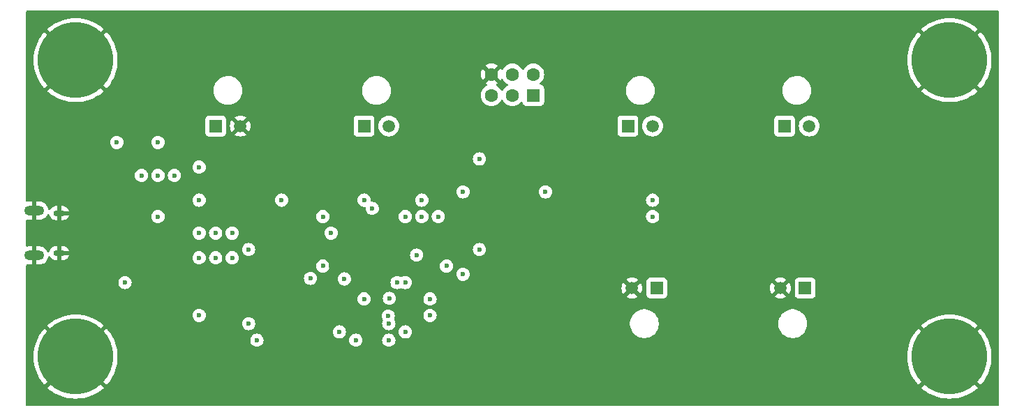
<source format=gbr>
%TF.GenerationSoftware,KiCad,Pcbnew,8.0.4*%
%TF.CreationDate,2024-11-13T20:23:26-08:00*%
%TF.ProjectId,Butterfly_v0,42757474-6572-4666-9c79-5f76302e6b69,rev?*%
%TF.SameCoordinates,Original*%
%TF.FileFunction,Copper,L2,Inr*%
%TF.FilePolarity,Positive*%
%FSLAX46Y46*%
G04 Gerber Fmt 4.6, Leading zero omitted, Abs format (unit mm)*
G04 Created by KiCad (PCBNEW 8.0.4) date 2024-11-13 20:23:26*
%MOMM*%
%LPD*%
G01*
G04 APERTURE LIST*
%TA.AperFunction,ComponentPad*%
%ADD10C,1.520000*%
%TD*%
%TA.AperFunction,ComponentPad*%
%ADD11R,1.520000X1.520000*%
%TD*%
%TA.AperFunction,ComponentPad*%
%ADD12O,2.400000X1.200000*%
%TD*%
%TA.AperFunction,ComponentPad*%
%ADD13O,1.460000X0.730000*%
%TD*%
%TA.AperFunction,ComponentPad*%
%ADD14C,9.200000*%
%TD*%
%TA.AperFunction,ComponentPad*%
%ADD15R,1.605000X1.605000*%
%TD*%
%TA.AperFunction,ComponentPad*%
%ADD16C,1.605000*%
%TD*%
%TA.AperFunction,ViaPad*%
%ADD17C,0.600000*%
%TD*%
%TA.AperFunction,Conductor*%
%ADD18C,0.250000*%
%TD*%
G04 APERTURE END LIST*
D10*
%TO.N,GND*%
%TO.C,J6*%
X142500000Y-84680000D03*
D11*
%TO.N,Net-(J6-Pad1)*%
X145500000Y-84680000D03*
%TD*%
%TO.N,+12V*%
%TO.C,J4*%
X124000000Y-65000000D03*
D10*
%TO.N,Net-(J4-Pad2)*%
X127000000Y-65000000D03*
%TD*%
D12*
%TO.N,GND*%
%TO.C,J2*%
X52000000Y-80725000D03*
X52000000Y-75275000D03*
D13*
X55030000Y-80425000D03*
X55030000Y-75575000D03*
%TD*%
D11*
%TO.N,Net-(J7-Pad1)*%
%TO.C,J7*%
X127500000Y-84680000D03*
D10*
%TO.N,GND*%
X124500000Y-84680000D03*
%TD*%
D11*
%TO.N,+12V*%
%TO.C,J3*%
X92000000Y-65000000D03*
D10*
%TO.N,Net-(D2-PadA)*%
X95000000Y-65000000D03*
%TD*%
D14*
%TO.N,GND*%
%TO.C,H3*%
X163000000Y-93000000D03*
%TD*%
D10*
%TO.N,Net-(J5-Pad2)*%
%TO.C,J5*%
X146000000Y-65000000D03*
D11*
%TO.N,+12V*%
X143000000Y-65000000D03*
%TD*%
D14*
%TO.N,GND*%
%TO.C,H2*%
X57000000Y-93000000D03*
%TD*%
D10*
%TO.N,GND*%
%TO.C,J1*%
X77000000Y-65000000D03*
D11*
%TO.N,Net-(D1-A)*%
X74000000Y-65000000D03*
%TD*%
D14*
%TO.N,GND*%
%TO.C,H4*%
X163000000Y-57000000D03*
%TD*%
%TO.N,GND*%
%TO.C,H1*%
X57000000Y-57000000D03*
%TD*%
D15*
%TO.N,MISO*%
%TO.C,J8*%
X112540000Y-61270000D03*
D16*
%TO.N,+3.3V*%
X112540000Y-58730000D03*
%TO.N,SCK*%
X110000000Y-61270000D03*
%TO.N,MOSI*%
X110000000Y-58730000D03*
%TO.N,RESET*%
X107460000Y-61270000D03*
%TO.N,GND*%
X107460000Y-58730000D03*
%TD*%
D17*
%TO.N,+3.3V*%
X100000000Y-88000000D03*
X94934413Y-88065587D03*
X95000000Y-89000000D03*
X95000000Y-91000000D03*
X91000000Y-91000000D03*
X89000000Y-90000000D03*
X97000000Y-90000000D03*
X100000000Y-86000000D03*
X98374999Y-80675000D03*
X78000000Y-80000000D03*
X88000000Y-78000000D03*
X78000000Y-89000000D03*
X72000000Y-88000000D03*
X72000000Y-81000000D03*
X74000000Y-81000000D03*
X76000000Y-81000000D03*
X76000000Y-78000000D03*
X74000000Y-78000000D03*
X72000000Y-78000000D03*
X63000000Y-84000000D03*
X65000000Y-71000000D03*
X67000000Y-67000000D03*
X62000000Y-67000000D03*
%TO.N,+12V*%
X82000000Y-74000000D03*
X72000000Y-74000000D03*
X72000000Y-70000000D03*
%TO.N,SCK*%
X92000000Y-74000000D03*
X106000000Y-69000000D03*
%TO.N,RESET*%
X85500000Y-83500000D03*
X87000000Y-82000000D03*
X95077087Y-85922913D03*
X87000000Y-76000000D03*
%TO.N,Net-(U6-~{DTR}#)*%
X67000000Y-71000000D03*
X69000000Y-71000000D03*
%TO.N,TX-O*%
X97000000Y-84000000D03*
%TO.N,RX-I*%
X96000000Y-84000000D03*
X89617408Y-83567429D03*
%TO.N,GND*%
X103000000Y-79000000D03*
%TO.N,TX-O*%
X67000000Y-76000000D03*
%TO.N,GND*%
X51750000Y-78962500D03*
X51750000Y-77037500D03*
X99000000Y-86000000D03*
X93000000Y-87000000D03*
X80000000Y-74000000D03*
X100000000Y-68000000D03*
X94000000Y-68000000D03*
X84000000Y-83000000D03*
X88000000Y-82000000D03*
X96000000Y-81000000D03*
X95000000Y-81000000D03*
X94000000Y-81000000D03*
X94000000Y-80000000D03*
X95000000Y-80000000D03*
X96000000Y-80000000D03*
X96000000Y-79000000D03*
X95000000Y-79000000D03*
X94000000Y-79000000D03*
X81000000Y-84000000D03*
X128000000Y-69000000D03*
X145000000Y-69000000D03*
X58000000Y-74000000D03*
X64000000Y-76000000D03*
X60000000Y-81000000D03*
X68000000Y-82000000D03*
X74000000Y-90000000D03*
%TO.N,RESET*%
X104000000Y-83000000D03*
X114000000Y-73000000D03*
%TO.N,MISO*%
X93000000Y-75000000D03*
X104000000Y-73000000D03*
%TO.N,PD6*%
X127000000Y-74000000D03*
X127000000Y-76000000D03*
%TO.N,PD3*%
X102000000Y-82000000D03*
X106000000Y-80000000D03*
%TO.N,PD6*%
X97000000Y-76000000D03*
X101000000Y-76000000D03*
%TO.N,PD5*%
X99000000Y-76000000D03*
X99000000Y-76000000D03*
X99000000Y-76000000D03*
X99000000Y-74000000D03*
X99000000Y-74000000D03*
X99000000Y-74000000D03*
%TO.N,SCL*%
X79000000Y-91000000D03*
X79000000Y-91000000D03*
X79000000Y-91000000D03*
X92000000Y-86000000D03*
%TD*%
D18*
%TO.N,GND*%
X88000000Y-82000000D02*
X89000000Y-81000000D01*
X89000000Y-81000000D02*
X90000000Y-81000000D01*
%TD*%
%TA.AperFunction,Conductor*%
%TO.N,GND*%
G36*
X108540820Y-59457267D02*
G01*
X108592306Y-59383737D01*
X108617341Y-59330050D01*
X108663513Y-59277610D01*
X108730706Y-59258457D01*
X108797588Y-59278672D01*
X108842106Y-59330048D01*
X108867259Y-59383989D01*
X108867261Y-59383993D01*
X108998027Y-59570746D01*
X108998031Y-59570751D01*
X109159249Y-59731969D01*
X109159251Y-59731970D01*
X109159253Y-59731972D01*
X109346006Y-59862738D01*
X109346008Y-59862739D01*
X109346011Y-59862741D01*
X109360195Y-59869355D01*
X109399360Y-59887618D01*
X109451800Y-59933790D01*
X109470952Y-60000983D01*
X109450737Y-60067865D01*
X109399361Y-60112382D01*
X109346013Y-60137258D01*
X109346011Y-60137259D01*
X109159246Y-60268032D01*
X108998032Y-60429246D01*
X108867259Y-60616011D01*
X108867258Y-60616013D01*
X108842382Y-60669361D01*
X108796209Y-60721800D01*
X108729016Y-60740952D01*
X108662135Y-60720736D01*
X108617618Y-60669361D01*
X108592741Y-60616013D01*
X108592740Y-60616011D01*
X108557208Y-60565266D01*
X108461969Y-60429249D01*
X108300751Y-60268031D01*
X108300747Y-60268028D01*
X108300746Y-60268027D01*
X108113993Y-60137261D01*
X108113989Y-60137259D01*
X108060048Y-60112106D01*
X108007609Y-60065934D01*
X107988457Y-59998740D01*
X108008673Y-59931859D01*
X108060050Y-59887341D01*
X108113737Y-59862306D01*
X108187267Y-59810820D01*
X107617987Y-59241539D01*
X107666502Y-59228540D01*
X107788497Y-59158106D01*
X107888106Y-59058497D01*
X107958540Y-58936502D01*
X107971539Y-58887986D01*
X108540820Y-59457267D01*
G37*
%TD.AperFunction*%
%TA.AperFunction,Conductor*%
G36*
X168943039Y-51019685D02*
G01*
X168988794Y-51072489D01*
X169000000Y-51124000D01*
X169000000Y-98876000D01*
X168980315Y-98943039D01*
X168927511Y-98988794D01*
X168876000Y-99000000D01*
X51124000Y-99000000D01*
X51056961Y-98980315D01*
X51011206Y-98927511D01*
X51000000Y-98876000D01*
X51000000Y-93000000D01*
X51895141Y-93000000D01*
X51914566Y-93444916D01*
X51972693Y-93886436D01*
X51972693Y-93886440D01*
X52069087Y-94321242D01*
X52203002Y-94745964D01*
X52373428Y-95157411D01*
X52579056Y-95552420D01*
X52818346Y-95928031D01*
X53089447Y-96281336D01*
X53221261Y-96425183D01*
X54957450Y-94688994D01*
X55020934Y-94768601D01*
X55231399Y-94979066D01*
X55311003Y-95042548D01*
X53574814Y-96778737D01*
X53718663Y-96910552D01*
X54071968Y-97181653D01*
X54447579Y-97420943D01*
X54842588Y-97626571D01*
X55254035Y-97796997D01*
X55678757Y-97930912D01*
X56113561Y-98027306D01*
X56555083Y-98085433D01*
X57000000Y-98104858D01*
X57444916Y-98085433D01*
X57886436Y-98027306D01*
X57886440Y-98027306D01*
X58321242Y-97930912D01*
X58745964Y-97796997D01*
X59157411Y-97626571D01*
X59552420Y-97420943D01*
X59928025Y-97181657D01*
X60281348Y-96910541D01*
X60425183Y-96778738D01*
X60425183Y-96778737D01*
X58688995Y-95042548D01*
X58768601Y-94979066D01*
X58979066Y-94768601D01*
X59042548Y-94688995D01*
X60778737Y-96425183D01*
X60778738Y-96425183D01*
X60910541Y-96281348D01*
X61181657Y-95928025D01*
X61420943Y-95552420D01*
X61626571Y-95157411D01*
X61796997Y-94745964D01*
X61930912Y-94321242D01*
X62027306Y-93886440D01*
X62027306Y-93886436D01*
X62085433Y-93444916D01*
X62104858Y-93000000D01*
X157895141Y-93000000D01*
X157914566Y-93444916D01*
X157972693Y-93886436D01*
X157972693Y-93886440D01*
X158069087Y-94321242D01*
X158203002Y-94745964D01*
X158373428Y-95157411D01*
X158579056Y-95552420D01*
X158818346Y-95928031D01*
X159089447Y-96281336D01*
X159221261Y-96425183D01*
X160957450Y-94688994D01*
X161020934Y-94768601D01*
X161231399Y-94979066D01*
X161311003Y-95042548D01*
X159574814Y-96778737D01*
X159718663Y-96910552D01*
X160071968Y-97181653D01*
X160447579Y-97420943D01*
X160842588Y-97626571D01*
X161254035Y-97796997D01*
X161678757Y-97930912D01*
X162113561Y-98027306D01*
X162555083Y-98085433D01*
X163000000Y-98104858D01*
X163444916Y-98085433D01*
X163886436Y-98027306D01*
X163886440Y-98027306D01*
X164321242Y-97930912D01*
X164745964Y-97796997D01*
X165157411Y-97626571D01*
X165552420Y-97420943D01*
X165928025Y-97181657D01*
X166281348Y-96910541D01*
X166425183Y-96778738D01*
X166425183Y-96778737D01*
X164688995Y-95042548D01*
X164768601Y-94979066D01*
X164979066Y-94768601D01*
X165042548Y-94688995D01*
X166778737Y-96425183D01*
X166778738Y-96425183D01*
X166910541Y-96281348D01*
X167181657Y-95928025D01*
X167420943Y-95552420D01*
X167626571Y-95157411D01*
X167796997Y-94745964D01*
X167930912Y-94321242D01*
X168027306Y-93886440D01*
X168027306Y-93886436D01*
X168085433Y-93444916D01*
X168104858Y-93000000D01*
X168085433Y-92555083D01*
X168027306Y-92113563D01*
X168027306Y-92113559D01*
X167930912Y-91678757D01*
X167796997Y-91254035D01*
X167626571Y-90842588D01*
X167420943Y-90447580D01*
X167181653Y-90071968D01*
X166910552Y-89718663D01*
X166778736Y-89574814D01*
X165042547Y-91311003D01*
X164979066Y-91231399D01*
X164768601Y-91020934D01*
X164688994Y-90957450D01*
X166425184Y-89221261D01*
X166281336Y-89089447D01*
X165928031Y-88818346D01*
X165552420Y-88579056D01*
X165157411Y-88373428D01*
X164745964Y-88203002D01*
X164321242Y-88069087D01*
X163886438Y-87972693D01*
X163444916Y-87914566D01*
X163000000Y-87895141D01*
X162555083Y-87914566D01*
X162113563Y-87972693D01*
X162113559Y-87972693D01*
X161678757Y-88069087D01*
X161254035Y-88203002D01*
X160842588Y-88373428D01*
X160447580Y-88579056D01*
X160071968Y-88818346D01*
X159718666Y-89089445D01*
X159718661Y-89089450D01*
X159574814Y-89221261D01*
X161311004Y-90957451D01*
X161231399Y-91020934D01*
X161020934Y-91231399D01*
X160957451Y-91311004D01*
X159221261Y-89574814D01*
X159089450Y-89718661D01*
X159089445Y-89718666D01*
X158818346Y-90071968D01*
X158579056Y-90447580D01*
X158373428Y-90842588D01*
X158203002Y-91254035D01*
X158069087Y-91678757D01*
X157972693Y-92113559D01*
X157972693Y-92113563D01*
X157914566Y-92555083D01*
X157895141Y-93000000D01*
X62104858Y-93000000D01*
X62085433Y-92555083D01*
X62027306Y-92113563D01*
X62027306Y-92113559D01*
X61930912Y-91678757D01*
X61796997Y-91254035D01*
X61691771Y-90999996D01*
X78194435Y-90999996D01*
X78194435Y-91000003D01*
X78214630Y-91179249D01*
X78214631Y-91179254D01*
X78274211Y-91349523D01*
X78346208Y-91464105D01*
X78370184Y-91502262D01*
X78497738Y-91629816D01*
X78650478Y-91725789D01*
X78820745Y-91785368D01*
X78820750Y-91785369D01*
X78999996Y-91805565D01*
X79000000Y-91805565D01*
X79000004Y-91805565D01*
X79179249Y-91785369D01*
X79179252Y-91785368D01*
X79179255Y-91785368D01*
X79349522Y-91725789D01*
X79502262Y-91629816D01*
X79629816Y-91502262D01*
X79725789Y-91349522D01*
X79785368Y-91179255D01*
X79785369Y-91179249D01*
X79805565Y-91000003D01*
X79805565Y-90999996D01*
X90194435Y-90999996D01*
X90194435Y-91000003D01*
X90214630Y-91179249D01*
X90214631Y-91179254D01*
X90274211Y-91349523D01*
X90346208Y-91464105D01*
X90370184Y-91502262D01*
X90497738Y-91629816D01*
X90650478Y-91725789D01*
X90820745Y-91785368D01*
X90820750Y-91785369D01*
X90999996Y-91805565D01*
X91000000Y-91805565D01*
X91000004Y-91805565D01*
X91179249Y-91785369D01*
X91179252Y-91785368D01*
X91179255Y-91785368D01*
X91349522Y-91725789D01*
X91502262Y-91629816D01*
X91629816Y-91502262D01*
X91725789Y-91349522D01*
X91785368Y-91179255D01*
X91785369Y-91179249D01*
X91805565Y-91000003D01*
X91805565Y-90999996D01*
X94194435Y-90999996D01*
X94194435Y-91000003D01*
X94214630Y-91179249D01*
X94214631Y-91179254D01*
X94274211Y-91349523D01*
X94346208Y-91464105D01*
X94370184Y-91502262D01*
X94497738Y-91629816D01*
X94650478Y-91725789D01*
X94820745Y-91785368D01*
X94820750Y-91785369D01*
X94999996Y-91805565D01*
X95000000Y-91805565D01*
X95000004Y-91805565D01*
X95179249Y-91785369D01*
X95179252Y-91785368D01*
X95179255Y-91785368D01*
X95349522Y-91725789D01*
X95502262Y-91629816D01*
X95629816Y-91502262D01*
X95725789Y-91349522D01*
X95785368Y-91179255D01*
X95785369Y-91179249D01*
X95805565Y-91000003D01*
X95805565Y-90999996D01*
X95785369Y-90820750D01*
X95785368Y-90820745D01*
X95752141Y-90725788D01*
X95725789Y-90650478D01*
X95629816Y-90497738D01*
X95502262Y-90370184D01*
X95349523Y-90274211D01*
X95179254Y-90214631D01*
X95179249Y-90214630D01*
X95000004Y-90194435D01*
X94999996Y-90194435D01*
X94820750Y-90214630D01*
X94820745Y-90214631D01*
X94650476Y-90274211D01*
X94497737Y-90370184D01*
X94370184Y-90497737D01*
X94274211Y-90650476D01*
X94214631Y-90820745D01*
X94214630Y-90820750D01*
X94194435Y-90999996D01*
X91805565Y-90999996D01*
X91785369Y-90820750D01*
X91785368Y-90820745D01*
X91752141Y-90725788D01*
X91725789Y-90650478D01*
X91629816Y-90497738D01*
X91502262Y-90370184D01*
X91349523Y-90274211D01*
X91179254Y-90214631D01*
X91179249Y-90214630D01*
X91000004Y-90194435D01*
X90999996Y-90194435D01*
X90820750Y-90214630D01*
X90820745Y-90214631D01*
X90650476Y-90274211D01*
X90497737Y-90370184D01*
X90370184Y-90497737D01*
X90274211Y-90650476D01*
X90214631Y-90820745D01*
X90214630Y-90820750D01*
X90194435Y-90999996D01*
X79805565Y-90999996D01*
X79785369Y-90820750D01*
X79785368Y-90820745D01*
X79752141Y-90725788D01*
X79725789Y-90650478D01*
X79629816Y-90497738D01*
X79502262Y-90370184D01*
X79349523Y-90274211D01*
X79179254Y-90214631D01*
X79179249Y-90214630D01*
X79000004Y-90194435D01*
X78999996Y-90194435D01*
X78820750Y-90214630D01*
X78820745Y-90214631D01*
X78650476Y-90274211D01*
X78497737Y-90370184D01*
X78370184Y-90497737D01*
X78274211Y-90650476D01*
X78214631Y-90820745D01*
X78214630Y-90820750D01*
X78194435Y-90999996D01*
X61691771Y-90999996D01*
X61626571Y-90842588D01*
X61420943Y-90447580D01*
X61181653Y-90071968D01*
X61126427Y-89999996D01*
X88194435Y-89999996D01*
X88194435Y-90000003D01*
X88214630Y-90179249D01*
X88214631Y-90179254D01*
X88274211Y-90349523D01*
X88342754Y-90458607D01*
X88370184Y-90502262D01*
X88497738Y-90629816D01*
X88572836Y-90677003D01*
X88642133Y-90720546D01*
X88650478Y-90725789D01*
X88721098Y-90750500D01*
X88820745Y-90785368D01*
X88820750Y-90785369D01*
X88999996Y-90805565D01*
X89000000Y-90805565D01*
X89000004Y-90805565D01*
X89179249Y-90785369D01*
X89179252Y-90785368D01*
X89179255Y-90785368D01*
X89349522Y-90725789D01*
X89502262Y-90629816D01*
X89629816Y-90502262D01*
X89725789Y-90349522D01*
X89785368Y-90179255D01*
X89787914Y-90156661D01*
X89805565Y-90000003D01*
X89805565Y-89999996D01*
X96194435Y-89999996D01*
X96194435Y-90000003D01*
X96214630Y-90179249D01*
X96214631Y-90179254D01*
X96274211Y-90349523D01*
X96342754Y-90458607D01*
X96370184Y-90502262D01*
X96497738Y-90629816D01*
X96572836Y-90677003D01*
X96642133Y-90720546D01*
X96650478Y-90725789D01*
X96721098Y-90750500D01*
X96820745Y-90785368D01*
X96820750Y-90785369D01*
X96999996Y-90805565D01*
X97000000Y-90805565D01*
X97000004Y-90805565D01*
X97179249Y-90785369D01*
X97179252Y-90785368D01*
X97179255Y-90785368D01*
X97349522Y-90725789D01*
X97502262Y-90629816D01*
X97629816Y-90502262D01*
X97725789Y-90349522D01*
X97785368Y-90179255D01*
X97787914Y-90156661D01*
X97805565Y-90000003D01*
X97805565Y-89999996D01*
X97785369Y-89820750D01*
X97785368Y-89820745D01*
X97772989Y-89785368D01*
X97725789Y-89650478D01*
X97629816Y-89497738D01*
X97502262Y-89370184D01*
X97469379Y-89349522D01*
X97349523Y-89274211D01*
X97179254Y-89214631D01*
X97179249Y-89214630D01*
X97000004Y-89194435D01*
X96999996Y-89194435D01*
X96820750Y-89214630D01*
X96820745Y-89214631D01*
X96650476Y-89274211D01*
X96497737Y-89370184D01*
X96370184Y-89497737D01*
X96274211Y-89650476D01*
X96214631Y-89820745D01*
X96214630Y-89820750D01*
X96194435Y-89999996D01*
X89805565Y-89999996D01*
X89785369Y-89820750D01*
X89785368Y-89820745D01*
X89772989Y-89785368D01*
X89725789Y-89650478D01*
X89629816Y-89497738D01*
X89502262Y-89370184D01*
X89469379Y-89349522D01*
X89349523Y-89274211D01*
X89179254Y-89214631D01*
X89179249Y-89214630D01*
X89000004Y-89194435D01*
X88999996Y-89194435D01*
X88820750Y-89214630D01*
X88820745Y-89214631D01*
X88650476Y-89274211D01*
X88497737Y-89370184D01*
X88370184Y-89497737D01*
X88274211Y-89650476D01*
X88214631Y-89820745D01*
X88214630Y-89820750D01*
X88194435Y-89999996D01*
X61126427Y-89999996D01*
X60910552Y-89718663D01*
X60778736Y-89574814D01*
X59042547Y-91311003D01*
X58979066Y-91231399D01*
X58768601Y-91020934D01*
X58688994Y-90957450D01*
X60425184Y-89221261D01*
X60281336Y-89089447D01*
X60164761Y-88999996D01*
X77194435Y-88999996D01*
X77194435Y-89000003D01*
X77214630Y-89179249D01*
X77214631Y-89179254D01*
X77274211Y-89349523D01*
X77367341Y-89497737D01*
X77370184Y-89502262D01*
X77497738Y-89629816D01*
X77588080Y-89686582D01*
X77639141Y-89718666D01*
X77650478Y-89725789D01*
X77820745Y-89785368D01*
X77820750Y-89785369D01*
X77999996Y-89805565D01*
X78000000Y-89805565D01*
X78000004Y-89805565D01*
X78179249Y-89785369D01*
X78179252Y-89785368D01*
X78179255Y-89785368D01*
X78349522Y-89725789D01*
X78502262Y-89629816D01*
X78629816Y-89502262D01*
X78725789Y-89349522D01*
X78785368Y-89179255D01*
X78792638Y-89114734D01*
X78805565Y-89000003D01*
X78805565Y-88999996D01*
X78785369Y-88820750D01*
X78785368Y-88820745D01*
X78752141Y-88725788D01*
X78725789Y-88650478D01*
X78629816Y-88497738D01*
X78502262Y-88370184D01*
X78469379Y-88349522D01*
X78349523Y-88274211D01*
X78179254Y-88214631D01*
X78179249Y-88214630D01*
X78000004Y-88194435D01*
X77999996Y-88194435D01*
X77820750Y-88214630D01*
X77820745Y-88214631D01*
X77650476Y-88274211D01*
X77497737Y-88370184D01*
X77370184Y-88497737D01*
X77274211Y-88650476D01*
X77214631Y-88820745D01*
X77214630Y-88820750D01*
X77194435Y-88999996D01*
X60164761Y-88999996D01*
X59928031Y-88818346D01*
X59552420Y-88579056D01*
X59157411Y-88373428D01*
X58745964Y-88203002D01*
X58321242Y-88069087D01*
X58009594Y-87999996D01*
X71194435Y-87999996D01*
X71194435Y-88000003D01*
X71214630Y-88179249D01*
X71214631Y-88179254D01*
X71274211Y-88349523D01*
X71367341Y-88497737D01*
X71370184Y-88502262D01*
X71497738Y-88629816D01*
X71650478Y-88725789D01*
X71820745Y-88785368D01*
X71820750Y-88785369D01*
X71999996Y-88805565D01*
X72000000Y-88805565D01*
X72000004Y-88805565D01*
X72179249Y-88785369D01*
X72179252Y-88785368D01*
X72179255Y-88785368D01*
X72349522Y-88725789D01*
X72502262Y-88629816D01*
X72629816Y-88502262D01*
X72725789Y-88349522D01*
X72785368Y-88179255D01*
X72798175Y-88065590D01*
X72798176Y-88065583D01*
X94128848Y-88065583D01*
X94128848Y-88065590D01*
X94149043Y-88244836D01*
X94149044Y-88244841D01*
X94208624Y-88415110D01*
X94273910Y-88519011D01*
X94292910Y-88586247D01*
X94276061Y-88643638D01*
X94277233Y-88644202D01*
X94274209Y-88650481D01*
X94214633Y-88820737D01*
X94214630Y-88820750D01*
X94194435Y-88999996D01*
X94194435Y-89000003D01*
X94214630Y-89179249D01*
X94214631Y-89179254D01*
X94274211Y-89349523D01*
X94367341Y-89497737D01*
X94370184Y-89502262D01*
X94497738Y-89629816D01*
X94588080Y-89686582D01*
X94639141Y-89718666D01*
X94650478Y-89725789D01*
X94820745Y-89785368D01*
X94820750Y-89785369D01*
X94999996Y-89805565D01*
X95000000Y-89805565D01*
X95000004Y-89805565D01*
X95179249Y-89785369D01*
X95179252Y-89785368D01*
X95179255Y-89785368D01*
X95349522Y-89725789D01*
X95502262Y-89629816D01*
X95629816Y-89502262D01*
X95725789Y-89349522D01*
X95785368Y-89179255D01*
X95792638Y-89114734D01*
X95805565Y-89000003D01*
X95805565Y-88999996D01*
X95792637Y-88885258D01*
X124249500Y-88885258D01*
X124249500Y-89114741D01*
X124270496Y-89274211D01*
X124279452Y-89342238D01*
X124279453Y-89342240D01*
X124338842Y-89563887D01*
X124426650Y-89775876D01*
X124426657Y-89775890D01*
X124541392Y-89974617D01*
X124681081Y-90156661D01*
X124681089Y-90156670D01*
X124843330Y-90318911D01*
X124843338Y-90318918D01*
X125025382Y-90458607D01*
X125025385Y-90458608D01*
X125025388Y-90458611D01*
X125224112Y-90573344D01*
X125224117Y-90573346D01*
X125224123Y-90573349D01*
X125315480Y-90611190D01*
X125436113Y-90661158D01*
X125657762Y-90720548D01*
X125885266Y-90750500D01*
X125885273Y-90750500D01*
X126114727Y-90750500D01*
X126114734Y-90750500D01*
X126342238Y-90720548D01*
X126563887Y-90661158D01*
X126775888Y-90573344D01*
X126974612Y-90458611D01*
X127156661Y-90318919D01*
X127156665Y-90318914D01*
X127156670Y-90318911D01*
X127318911Y-90156670D01*
X127318914Y-90156665D01*
X127318919Y-90156661D01*
X127458611Y-89974612D01*
X127573344Y-89775888D01*
X127661158Y-89563887D01*
X127720548Y-89342238D01*
X127750500Y-89114734D01*
X127750500Y-88885266D01*
X127750499Y-88885258D01*
X142249500Y-88885258D01*
X142249500Y-89114741D01*
X142270496Y-89274211D01*
X142279452Y-89342238D01*
X142279453Y-89342240D01*
X142338842Y-89563887D01*
X142426650Y-89775876D01*
X142426657Y-89775890D01*
X142541392Y-89974617D01*
X142681081Y-90156661D01*
X142681089Y-90156670D01*
X142843330Y-90318911D01*
X142843338Y-90318918D01*
X143025382Y-90458607D01*
X143025385Y-90458608D01*
X143025388Y-90458611D01*
X143224112Y-90573344D01*
X143224117Y-90573346D01*
X143224123Y-90573349D01*
X143315480Y-90611190D01*
X143436113Y-90661158D01*
X143657762Y-90720548D01*
X143885266Y-90750500D01*
X143885273Y-90750500D01*
X144114727Y-90750500D01*
X144114734Y-90750500D01*
X144342238Y-90720548D01*
X144563887Y-90661158D01*
X144775888Y-90573344D01*
X144974612Y-90458611D01*
X145156661Y-90318919D01*
X145156665Y-90318914D01*
X145156670Y-90318911D01*
X145318911Y-90156670D01*
X145318914Y-90156665D01*
X145318919Y-90156661D01*
X145458611Y-89974612D01*
X145573344Y-89775888D01*
X145661158Y-89563887D01*
X145720548Y-89342238D01*
X145750500Y-89114734D01*
X145750500Y-88885266D01*
X145720548Y-88657762D01*
X145661158Y-88436113D01*
X145581931Y-88244842D01*
X145573349Y-88224123D01*
X145573346Y-88224117D01*
X145573344Y-88224112D01*
X145458611Y-88025388D01*
X145458608Y-88025385D01*
X145458607Y-88025382D01*
X145318918Y-87843338D01*
X145318911Y-87843330D01*
X145156670Y-87681089D01*
X145156661Y-87681081D01*
X144974617Y-87541392D01*
X144775890Y-87426657D01*
X144775876Y-87426650D01*
X144563887Y-87338842D01*
X144342238Y-87279452D01*
X144302429Y-87274211D01*
X144114741Y-87249500D01*
X144114734Y-87249500D01*
X143885266Y-87249500D01*
X143885258Y-87249500D01*
X143668715Y-87278009D01*
X143657762Y-87279452D01*
X143564076Y-87304554D01*
X143436112Y-87338842D01*
X143224123Y-87426650D01*
X143224109Y-87426657D01*
X143025382Y-87541392D01*
X142843338Y-87681081D01*
X142681081Y-87843338D01*
X142541392Y-88025382D01*
X142426657Y-88224109D01*
X142426650Y-88224123D01*
X142338842Y-88436112D01*
X142316630Y-88519011D01*
X142283086Y-88644202D01*
X142279453Y-88657759D01*
X142279451Y-88657770D01*
X142249500Y-88885258D01*
X127750499Y-88885258D01*
X127720548Y-88657762D01*
X127661158Y-88436113D01*
X127581931Y-88244842D01*
X127573349Y-88224123D01*
X127573346Y-88224117D01*
X127573344Y-88224112D01*
X127458611Y-88025388D01*
X127458608Y-88025385D01*
X127458607Y-88025382D01*
X127318918Y-87843338D01*
X127318911Y-87843330D01*
X127156670Y-87681089D01*
X127156661Y-87681081D01*
X126974617Y-87541392D01*
X126775890Y-87426657D01*
X126775876Y-87426650D01*
X126563887Y-87338842D01*
X126342238Y-87279452D01*
X126302429Y-87274211D01*
X126114741Y-87249500D01*
X126114734Y-87249500D01*
X125885266Y-87249500D01*
X125885258Y-87249500D01*
X125668715Y-87278009D01*
X125657762Y-87279452D01*
X125564076Y-87304554D01*
X125436112Y-87338842D01*
X125224123Y-87426650D01*
X125224109Y-87426657D01*
X125025382Y-87541392D01*
X124843338Y-87681081D01*
X124681081Y-87843338D01*
X124541392Y-88025382D01*
X124426657Y-88224109D01*
X124426650Y-88224123D01*
X124338842Y-88436112D01*
X124316630Y-88519011D01*
X124283086Y-88644202D01*
X124279453Y-88657759D01*
X124279451Y-88657770D01*
X124249500Y-88885258D01*
X95792637Y-88885258D01*
X95785369Y-88820750D01*
X95785368Y-88820745D01*
X95752141Y-88725788D01*
X95725789Y-88650478D01*
X95660502Y-88546574D01*
X95641502Y-88479337D01*
X95658355Y-88421952D01*
X95657179Y-88421386D01*
X95660195Y-88415118D01*
X95660202Y-88415109D01*
X95701919Y-88295887D01*
X95719779Y-88244849D01*
X95719782Y-88244836D01*
X95739978Y-88065590D01*
X95739978Y-88065583D01*
X95732588Y-87999996D01*
X99194435Y-87999996D01*
X99194435Y-88000003D01*
X99214630Y-88179249D01*
X99214631Y-88179254D01*
X99274211Y-88349523D01*
X99367341Y-88497737D01*
X99370184Y-88502262D01*
X99497738Y-88629816D01*
X99650478Y-88725789D01*
X99820745Y-88785368D01*
X99820750Y-88785369D01*
X99999996Y-88805565D01*
X100000000Y-88805565D01*
X100000004Y-88805565D01*
X100179249Y-88785369D01*
X100179252Y-88785368D01*
X100179255Y-88785368D01*
X100349522Y-88725789D01*
X100502262Y-88629816D01*
X100629816Y-88502262D01*
X100725789Y-88349522D01*
X100785368Y-88179255D01*
X100798175Y-88065590D01*
X100805565Y-88000003D01*
X100805565Y-87999996D01*
X100785369Y-87820750D01*
X100785368Y-87820745D01*
X100725788Y-87650476D01*
X100671026Y-87563324D01*
X100629816Y-87497738D01*
X100502262Y-87370184D01*
X100452382Y-87338842D01*
X100349523Y-87274211D01*
X100179254Y-87214631D01*
X100179249Y-87214630D01*
X100000004Y-87194435D01*
X99999996Y-87194435D01*
X99820750Y-87214630D01*
X99820745Y-87214631D01*
X99650476Y-87274211D01*
X99497737Y-87370184D01*
X99370184Y-87497737D01*
X99274211Y-87650476D01*
X99214631Y-87820745D01*
X99214630Y-87820750D01*
X99194435Y-87999996D01*
X95732588Y-87999996D01*
X95719782Y-87886337D01*
X95719781Y-87886332D01*
X95660201Y-87716063D01*
X95564228Y-87563324D01*
X95436675Y-87435771D01*
X95283936Y-87339798D01*
X95113667Y-87280218D01*
X95113662Y-87280217D01*
X94934417Y-87260022D01*
X94934409Y-87260022D01*
X94755163Y-87280217D01*
X94755158Y-87280218D01*
X94584889Y-87339798D01*
X94432150Y-87435771D01*
X94304597Y-87563324D01*
X94208624Y-87716063D01*
X94149044Y-87886332D01*
X94149043Y-87886337D01*
X94128848Y-88065583D01*
X72798176Y-88065583D01*
X72805565Y-88000003D01*
X72805565Y-87999996D01*
X72785369Y-87820750D01*
X72785368Y-87820745D01*
X72725788Y-87650476D01*
X72671026Y-87563324D01*
X72629816Y-87497738D01*
X72502262Y-87370184D01*
X72452382Y-87338842D01*
X72349523Y-87274211D01*
X72179254Y-87214631D01*
X72179249Y-87214630D01*
X72000004Y-87194435D01*
X71999996Y-87194435D01*
X71820750Y-87214630D01*
X71820745Y-87214631D01*
X71650476Y-87274211D01*
X71497737Y-87370184D01*
X71370184Y-87497737D01*
X71274211Y-87650476D01*
X71214631Y-87820745D01*
X71214630Y-87820750D01*
X71194435Y-87999996D01*
X58009594Y-87999996D01*
X57886438Y-87972693D01*
X57444916Y-87914566D01*
X57000000Y-87895141D01*
X56555083Y-87914566D01*
X56113563Y-87972693D01*
X56113559Y-87972693D01*
X55678757Y-88069087D01*
X55254035Y-88203002D01*
X54842588Y-88373428D01*
X54447580Y-88579056D01*
X54071968Y-88818346D01*
X53718666Y-89089445D01*
X53718661Y-89089450D01*
X53574814Y-89221261D01*
X55311004Y-90957451D01*
X55231399Y-91020934D01*
X55020934Y-91231399D01*
X54957451Y-91311004D01*
X53221261Y-89574814D01*
X53089450Y-89718661D01*
X53089445Y-89718666D01*
X52818346Y-90071968D01*
X52579056Y-90447580D01*
X52373428Y-90842588D01*
X52203002Y-91254035D01*
X52069087Y-91678757D01*
X51972693Y-92113559D01*
X51972693Y-92113563D01*
X51914566Y-92555083D01*
X51895141Y-93000000D01*
X51000000Y-93000000D01*
X51000000Y-85999996D01*
X91194435Y-85999996D01*
X91194435Y-86000003D01*
X91214630Y-86179249D01*
X91214631Y-86179254D01*
X91274211Y-86349523D01*
X91321747Y-86425175D01*
X91370184Y-86502262D01*
X91497738Y-86629816D01*
X91650478Y-86725789D01*
X91820745Y-86785368D01*
X91820750Y-86785369D01*
X91999996Y-86805565D01*
X92000000Y-86805565D01*
X92000004Y-86805565D01*
X92179249Y-86785369D01*
X92179252Y-86785368D01*
X92179255Y-86785368D01*
X92349522Y-86725789D01*
X92502262Y-86629816D01*
X92629816Y-86502262D01*
X92725789Y-86349522D01*
X92785368Y-86179255D01*
X92794054Y-86102167D01*
X92805565Y-86000003D01*
X92805565Y-85999996D01*
X92796879Y-85922909D01*
X94271522Y-85922909D01*
X94271522Y-85922916D01*
X94291717Y-86102162D01*
X94291718Y-86102167D01*
X94351298Y-86272436D01*
X94447271Y-86425175D01*
X94574825Y-86552729D01*
X94665167Y-86609495D01*
X94697506Y-86629815D01*
X94727565Y-86648702D01*
X94897832Y-86708281D01*
X94897837Y-86708282D01*
X95077083Y-86728478D01*
X95077087Y-86728478D01*
X95077091Y-86728478D01*
X95256336Y-86708282D01*
X95256339Y-86708281D01*
X95256342Y-86708281D01*
X95426609Y-86648702D01*
X95579349Y-86552729D01*
X95706903Y-86425175D01*
X95802876Y-86272435D01*
X95862455Y-86102168D01*
X95873966Y-86000003D01*
X95873967Y-85999996D01*
X99194435Y-85999996D01*
X99194435Y-86000003D01*
X99214630Y-86179249D01*
X99214631Y-86179254D01*
X99274211Y-86349523D01*
X99321747Y-86425175D01*
X99370184Y-86502262D01*
X99497738Y-86629816D01*
X99650478Y-86725789D01*
X99820745Y-86785368D01*
X99820750Y-86785369D01*
X99999996Y-86805565D01*
X100000000Y-86805565D01*
X100000004Y-86805565D01*
X100179249Y-86785369D01*
X100179252Y-86785368D01*
X100179255Y-86785368D01*
X100349522Y-86725789D01*
X100502262Y-86629816D01*
X100629816Y-86502262D01*
X100725789Y-86349522D01*
X100785368Y-86179255D01*
X100794054Y-86102167D01*
X100805565Y-86000003D01*
X100805565Y-85999996D01*
X100785369Y-85820750D01*
X100785368Y-85820745D01*
X100725788Y-85650476D01*
X100629815Y-85497737D01*
X100502262Y-85370184D01*
X100349523Y-85274211D01*
X100179254Y-85214631D01*
X100179249Y-85214630D01*
X100000004Y-85194435D01*
X99999996Y-85194435D01*
X99820750Y-85214630D01*
X99820745Y-85214631D01*
X99650476Y-85274211D01*
X99497737Y-85370184D01*
X99370184Y-85497737D01*
X99274211Y-85650476D01*
X99214631Y-85820745D01*
X99214630Y-85820750D01*
X99194435Y-85999996D01*
X95873967Y-85999996D01*
X95882652Y-85922916D01*
X95882652Y-85922909D01*
X95862456Y-85743663D01*
X95862455Y-85743658D01*
X95802875Y-85573389D01*
X95749141Y-85487872D01*
X95706903Y-85420651D01*
X95579349Y-85293097D01*
X95549292Y-85274211D01*
X95426610Y-85197124D01*
X95256341Y-85137544D01*
X95256336Y-85137543D01*
X95077091Y-85117348D01*
X95077083Y-85117348D01*
X94897837Y-85137543D01*
X94897832Y-85137544D01*
X94727563Y-85197124D01*
X94574824Y-85293097D01*
X94447271Y-85420650D01*
X94351298Y-85573389D01*
X94291718Y-85743658D01*
X94291717Y-85743663D01*
X94271522Y-85922909D01*
X92796879Y-85922909D01*
X92785369Y-85820750D01*
X92785368Y-85820745D01*
X92725788Y-85650476D01*
X92629815Y-85497737D01*
X92502262Y-85370184D01*
X92349523Y-85274211D01*
X92179254Y-85214631D01*
X92179249Y-85214630D01*
X92000004Y-85194435D01*
X91999996Y-85194435D01*
X91820750Y-85214630D01*
X91820745Y-85214631D01*
X91650476Y-85274211D01*
X91497737Y-85370184D01*
X91370184Y-85497737D01*
X91274211Y-85650476D01*
X91214631Y-85820745D01*
X91214630Y-85820750D01*
X91194435Y-85999996D01*
X51000000Y-85999996D01*
X51000000Y-83999996D01*
X62194435Y-83999996D01*
X62194435Y-84000003D01*
X62214630Y-84179249D01*
X62214631Y-84179254D01*
X62274211Y-84349523D01*
X62288959Y-84372994D01*
X62370184Y-84502262D01*
X62497738Y-84629816D01*
X62650478Y-84725789D01*
X62820745Y-84785368D01*
X62820750Y-84785369D01*
X62999996Y-84805565D01*
X63000000Y-84805565D01*
X63000004Y-84805565D01*
X63179249Y-84785369D01*
X63179252Y-84785368D01*
X63179255Y-84785368D01*
X63349522Y-84725789D01*
X63502262Y-84629816D01*
X63629816Y-84502262D01*
X63725789Y-84349522D01*
X63785368Y-84179255D01*
X63786411Y-84170000D01*
X63805565Y-84000003D01*
X63805565Y-83999996D01*
X63785369Y-83820750D01*
X63785368Y-83820745D01*
X63759453Y-83746684D01*
X63725789Y-83650478D01*
X63631235Y-83499996D01*
X84694435Y-83499996D01*
X84694435Y-83500003D01*
X84714630Y-83679249D01*
X84714631Y-83679254D01*
X84774211Y-83849523D01*
X84816579Y-83916951D01*
X84870184Y-84002262D01*
X84997738Y-84129816D01*
X85076410Y-84179249D01*
X85117002Y-84204755D01*
X85150478Y-84225789D01*
X85282250Y-84271898D01*
X85320745Y-84285368D01*
X85320750Y-84285369D01*
X85499996Y-84305565D01*
X85500000Y-84305565D01*
X85500004Y-84305565D01*
X85679249Y-84285369D01*
X85679252Y-84285368D01*
X85679255Y-84285368D01*
X85849522Y-84225789D01*
X86002262Y-84129816D01*
X86129816Y-84002262D01*
X86225789Y-83849522D01*
X86285368Y-83679255D01*
X86285369Y-83679249D01*
X86297968Y-83567425D01*
X88811843Y-83567425D01*
X88811843Y-83567432D01*
X88832038Y-83746678D01*
X88832039Y-83746683D01*
X88891619Y-83916952D01*
X88973708Y-84047595D01*
X88987592Y-84069691D01*
X89115146Y-84197245D01*
X89194974Y-84247404D01*
X89255392Y-84285368D01*
X89267886Y-84293218D01*
X89428794Y-84349522D01*
X89438153Y-84352797D01*
X89438158Y-84352798D01*
X89617404Y-84372994D01*
X89617408Y-84372994D01*
X89617412Y-84372994D01*
X89796657Y-84352798D01*
X89796660Y-84352797D01*
X89796663Y-84352797D01*
X89966930Y-84293218D01*
X90119670Y-84197245D01*
X90247224Y-84069691D01*
X90291016Y-83999996D01*
X95194435Y-83999996D01*
X95194435Y-84000003D01*
X95214630Y-84179249D01*
X95214631Y-84179254D01*
X95274211Y-84349523D01*
X95288959Y-84372994D01*
X95370184Y-84502262D01*
X95497738Y-84629816D01*
X95650478Y-84725789D01*
X95820745Y-84785368D01*
X95820750Y-84785369D01*
X95999996Y-84805565D01*
X96000000Y-84805565D01*
X96000004Y-84805565D01*
X96179249Y-84785369D01*
X96179252Y-84785368D01*
X96179255Y-84785368D01*
X96349522Y-84725789D01*
X96422395Y-84680000D01*
X96434027Y-84672691D01*
X96501264Y-84653690D01*
X96565973Y-84672691D01*
X96650475Y-84725788D01*
X96820745Y-84785368D01*
X96820750Y-84785369D01*
X96999996Y-84805565D01*
X97000000Y-84805565D01*
X97000004Y-84805565D01*
X97179249Y-84785369D01*
X97179252Y-84785368D01*
X97179255Y-84785368D01*
X97349522Y-84725789D01*
X97422398Y-84679998D01*
X123235187Y-84679998D01*
X123235187Y-84680001D01*
X123254401Y-84899626D01*
X123254402Y-84899634D01*
X123311463Y-85112587D01*
X123311466Y-85112593D01*
X123404638Y-85312402D01*
X123449694Y-85376750D01*
X124008871Y-84817574D01*
X124024755Y-84876853D01*
X124091898Y-84993147D01*
X124186853Y-85088102D01*
X124303147Y-85155245D01*
X124362424Y-85171128D01*
X123803247Y-85730304D01*
X123867593Y-85775359D01*
X124067406Y-85868533D01*
X124067412Y-85868536D01*
X124280365Y-85925597D01*
X124280373Y-85925598D01*
X124499998Y-85944813D01*
X124500002Y-85944813D01*
X124719626Y-85925598D01*
X124719634Y-85925597D01*
X124932587Y-85868536D01*
X124932598Y-85868532D01*
X125132402Y-85775362D01*
X125132410Y-85775358D01*
X125196751Y-85730305D01*
X125196751Y-85730304D01*
X124637575Y-85171127D01*
X124696853Y-85155245D01*
X124813147Y-85088102D01*
X124908102Y-84993147D01*
X124975245Y-84876853D01*
X124991128Y-84817575D01*
X125550304Y-85376751D01*
X125550305Y-85376751D01*
X125595358Y-85312410D01*
X125595362Y-85312402D01*
X125688532Y-85112598D01*
X125688536Y-85112587D01*
X125745597Y-84899634D01*
X125745598Y-84899626D01*
X125764813Y-84680001D01*
X125764813Y-84679998D01*
X125745598Y-84460373D01*
X125745597Y-84460366D01*
X125688533Y-84247404D01*
X125595360Y-84047595D01*
X125595359Y-84047593D01*
X125550304Y-83983248D01*
X125550304Y-83983247D01*
X124991127Y-84542423D01*
X124975245Y-84483147D01*
X124908102Y-84366853D01*
X124813147Y-84271898D01*
X124696853Y-84204755D01*
X124637574Y-84188871D01*
X124954310Y-83872135D01*
X126239500Y-83872135D01*
X126239500Y-85487870D01*
X126239501Y-85487876D01*
X126245908Y-85547483D01*
X126296202Y-85682328D01*
X126296206Y-85682335D01*
X126382452Y-85797544D01*
X126382455Y-85797547D01*
X126497664Y-85883793D01*
X126497671Y-85883797D01*
X126632517Y-85934091D01*
X126632516Y-85934091D01*
X126639444Y-85934835D01*
X126692127Y-85940500D01*
X128307872Y-85940499D01*
X128367483Y-85934091D01*
X128502331Y-85883796D01*
X128617546Y-85797546D01*
X128703796Y-85682331D01*
X128754091Y-85547483D01*
X128760500Y-85487873D01*
X128760499Y-84679998D01*
X141235187Y-84679998D01*
X141235187Y-84680001D01*
X141254401Y-84899626D01*
X141254402Y-84899634D01*
X141311463Y-85112587D01*
X141311466Y-85112593D01*
X141404638Y-85312402D01*
X141449694Y-85376750D01*
X142008871Y-84817574D01*
X142024755Y-84876853D01*
X142091898Y-84993147D01*
X142186853Y-85088102D01*
X142303147Y-85155245D01*
X142362424Y-85171128D01*
X141803247Y-85730304D01*
X141867593Y-85775359D01*
X142067406Y-85868533D01*
X142067412Y-85868536D01*
X142280365Y-85925597D01*
X142280373Y-85925598D01*
X142499998Y-85944813D01*
X142500002Y-85944813D01*
X142719626Y-85925598D01*
X142719634Y-85925597D01*
X142932587Y-85868536D01*
X142932598Y-85868532D01*
X143132402Y-85775362D01*
X143132410Y-85775358D01*
X143196751Y-85730305D01*
X143196751Y-85730304D01*
X142637575Y-85171127D01*
X142696853Y-85155245D01*
X142813147Y-85088102D01*
X142908102Y-84993147D01*
X142975245Y-84876853D01*
X142991128Y-84817575D01*
X143550304Y-85376751D01*
X143550305Y-85376751D01*
X143595358Y-85312410D01*
X143595362Y-85312402D01*
X143688532Y-85112598D01*
X143688536Y-85112587D01*
X143745597Y-84899634D01*
X143745598Y-84899626D01*
X143764813Y-84680001D01*
X143764813Y-84679998D01*
X143745598Y-84460373D01*
X143745597Y-84460366D01*
X143688533Y-84247404D01*
X143595360Y-84047595D01*
X143595359Y-84047593D01*
X143550304Y-83983248D01*
X143550304Y-83983247D01*
X142991127Y-84542423D01*
X142975245Y-84483147D01*
X142908102Y-84366853D01*
X142813147Y-84271898D01*
X142696853Y-84204755D01*
X142637574Y-84188871D01*
X142954310Y-83872135D01*
X144239500Y-83872135D01*
X144239500Y-85487870D01*
X144239501Y-85487876D01*
X144245908Y-85547483D01*
X144296202Y-85682328D01*
X144296206Y-85682335D01*
X144382452Y-85797544D01*
X144382455Y-85797547D01*
X144497664Y-85883793D01*
X144497671Y-85883797D01*
X144632517Y-85934091D01*
X144632516Y-85934091D01*
X144639444Y-85934835D01*
X144692127Y-85940500D01*
X146307872Y-85940499D01*
X146367483Y-85934091D01*
X146502331Y-85883796D01*
X146617546Y-85797546D01*
X146703796Y-85682331D01*
X146754091Y-85547483D01*
X146760500Y-85487873D01*
X146760499Y-83872128D01*
X146754976Y-83820750D01*
X146754091Y-83812516D01*
X146703797Y-83677671D01*
X146703793Y-83677664D01*
X146617547Y-83562455D01*
X146617544Y-83562452D01*
X146502335Y-83476206D01*
X146502328Y-83476202D01*
X146367482Y-83425908D01*
X146367483Y-83425908D01*
X146307883Y-83419501D01*
X146307881Y-83419500D01*
X146307873Y-83419500D01*
X146307864Y-83419500D01*
X144692129Y-83419500D01*
X144692123Y-83419501D01*
X144632516Y-83425908D01*
X144497671Y-83476202D01*
X144497664Y-83476206D01*
X144382455Y-83562452D01*
X144382452Y-83562455D01*
X144296206Y-83677664D01*
X144296202Y-83677671D01*
X144245908Y-83812517D01*
X144241930Y-83849522D01*
X144239501Y-83872123D01*
X144239500Y-83872135D01*
X142954310Y-83872135D01*
X143196751Y-83629694D01*
X143132402Y-83584638D01*
X142932593Y-83491466D01*
X142932587Y-83491463D01*
X142719634Y-83434402D01*
X142719626Y-83434401D01*
X142500002Y-83415187D01*
X142499998Y-83415187D01*
X142280373Y-83434401D01*
X142280366Y-83434402D01*
X142067404Y-83491466D01*
X141867594Y-83584640D01*
X141803248Y-83629694D01*
X142362425Y-84188871D01*
X142303147Y-84204755D01*
X142186853Y-84271898D01*
X142091898Y-84366853D01*
X142024755Y-84483147D01*
X142008871Y-84542425D01*
X141449694Y-83983248D01*
X141404640Y-84047594D01*
X141311466Y-84247404D01*
X141254402Y-84460366D01*
X141254401Y-84460373D01*
X141235187Y-84679998D01*
X128760499Y-84679998D01*
X128760499Y-83872128D01*
X128754976Y-83820750D01*
X128754091Y-83812516D01*
X128703797Y-83677671D01*
X128703793Y-83677664D01*
X128617547Y-83562455D01*
X128617544Y-83562452D01*
X128502335Y-83476206D01*
X128502328Y-83476202D01*
X128367482Y-83425908D01*
X128367483Y-83425908D01*
X128307883Y-83419501D01*
X128307881Y-83419500D01*
X128307873Y-83419500D01*
X128307864Y-83419500D01*
X126692129Y-83419500D01*
X126692123Y-83419501D01*
X126632516Y-83425908D01*
X126497671Y-83476202D01*
X126497664Y-83476206D01*
X126382455Y-83562452D01*
X126382452Y-83562455D01*
X126296206Y-83677664D01*
X126296202Y-83677671D01*
X126245908Y-83812517D01*
X126241930Y-83849522D01*
X126239501Y-83872123D01*
X126239500Y-83872135D01*
X124954310Y-83872135D01*
X125196751Y-83629694D01*
X125132402Y-83584638D01*
X124932593Y-83491466D01*
X124932587Y-83491463D01*
X124719634Y-83434402D01*
X124719626Y-83434401D01*
X124500002Y-83415187D01*
X124499998Y-83415187D01*
X124280373Y-83434401D01*
X124280366Y-83434402D01*
X124067404Y-83491466D01*
X123867594Y-83584640D01*
X123803248Y-83629694D01*
X124362425Y-84188871D01*
X124303147Y-84204755D01*
X124186853Y-84271898D01*
X124091898Y-84366853D01*
X124024755Y-84483147D01*
X124008871Y-84542425D01*
X123449694Y-83983248D01*
X123404640Y-84047594D01*
X123311466Y-84247404D01*
X123254402Y-84460366D01*
X123254401Y-84460373D01*
X123235187Y-84679998D01*
X97422398Y-84679998D01*
X97502262Y-84629816D01*
X97629816Y-84502262D01*
X97725789Y-84349522D01*
X97785368Y-84179255D01*
X97786411Y-84170000D01*
X97805565Y-84000003D01*
X97805565Y-83999996D01*
X97785369Y-83820750D01*
X97785368Y-83820745D01*
X97759453Y-83746684D01*
X97725789Y-83650478D01*
X97629816Y-83497738D01*
X97502262Y-83370184D01*
X97434027Y-83327309D01*
X97349523Y-83274211D01*
X97179254Y-83214631D01*
X97179249Y-83214630D01*
X97000004Y-83194435D01*
X96999996Y-83194435D01*
X96820750Y-83214630D01*
X96820737Y-83214633D01*
X96650479Y-83274209D01*
X96565971Y-83327309D01*
X96498734Y-83346309D01*
X96434029Y-83327309D01*
X96349520Y-83274209D01*
X96179262Y-83214633D01*
X96179249Y-83214630D01*
X96000004Y-83194435D01*
X95999996Y-83194435D01*
X95820750Y-83214630D01*
X95820745Y-83214631D01*
X95650476Y-83274211D01*
X95497737Y-83370184D01*
X95370184Y-83497737D01*
X95274211Y-83650476D01*
X95214631Y-83820745D01*
X95214630Y-83820750D01*
X95194435Y-83999996D01*
X90291016Y-83999996D01*
X90343197Y-83916951D01*
X90402776Y-83746684D01*
X90402777Y-83746678D01*
X90422973Y-83567432D01*
X90422973Y-83567425D01*
X90402777Y-83388179D01*
X90402776Y-83388174D01*
X90379183Y-83320750D01*
X90343197Y-83217907D01*
X90247224Y-83065167D01*
X90182053Y-82999996D01*
X103194435Y-82999996D01*
X103194435Y-83000003D01*
X103214630Y-83179249D01*
X103214631Y-83179254D01*
X103274211Y-83349523D01*
X103363400Y-83491466D01*
X103370184Y-83502262D01*
X103497738Y-83629816D01*
X103650478Y-83725789D01*
X103820745Y-83785368D01*
X103820750Y-83785369D01*
X103999996Y-83805565D01*
X104000000Y-83805565D01*
X104000004Y-83805565D01*
X104179249Y-83785369D01*
X104179252Y-83785368D01*
X104179255Y-83785368D01*
X104349522Y-83725789D01*
X104502262Y-83629816D01*
X104629816Y-83502262D01*
X104725789Y-83349522D01*
X104785368Y-83179255D01*
X104785369Y-83179249D01*
X104805565Y-83000003D01*
X104805565Y-82999996D01*
X104785369Y-82820750D01*
X104785368Y-82820745D01*
X104771832Y-82782061D01*
X104725789Y-82650478D01*
X104629816Y-82497738D01*
X104502262Y-82370184D01*
X104469379Y-82349522D01*
X104349523Y-82274211D01*
X104179254Y-82214631D01*
X104179249Y-82214630D01*
X104000004Y-82194435D01*
X103999996Y-82194435D01*
X103820750Y-82214630D01*
X103820745Y-82214631D01*
X103650476Y-82274211D01*
X103497737Y-82370184D01*
X103370184Y-82497737D01*
X103274211Y-82650476D01*
X103214631Y-82820745D01*
X103214630Y-82820750D01*
X103194435Y-82999996D01*
X90182053Y-82999996D01*
X90119670Y-82937613D01*
X89966931Y-82841640D01*
X89796662Y-82782060D01*
X89796657Y-82782059D01*
X89617412Y-82761864D01*
X89617404Y-82761864D01*
X89438158Y-82782059D01*
X89438153Y-82782060D01*
X89267884Y-82841640D01*
X89115145Y-82937613D01*
X88987592Y-83065166D01*
X88891619Y-83217905D01*
X88832039Y-83388174D01*
X88832038Y-83388179D01*
X88811843Y-83567425D01*
X86297968Y-83567425D01*
X86305565Y-83500003D01*
X86305565Y-83499996D01*
X86285369Y-83320750D01*
X86285368Y-83320745D01*
X86241170Y-83194435D01*
X86225789Y-83150478D01*
X86129816Y-82997738D01*
X86002262Y-82870184D01*
X85956835Y-82841640D01*
X85849523Y-82774211D01*
X85679254Y-82714631D01*
X85679249Y-82714630D01*
X85500004Y-82694435D01*
X85499996Y-82694435D01*
X85320750Y-82714630D01*
X85320745Y-82714631D01*
X85150476Y-82774211D01*
X84997737Y-82870184D01*
X84870184Y-82997737D01*
X84774211Y-83150476D01*
X84714631Y-83320745D01*
X84714630Y-83320750D01*
X84694435Y-83499996D01*
X63631235Y-83499996D01*
X63629816Y-83497738D01*
X63502262Y-83370184D01*
X63434027Y-83327309D01*
X63349523Y-83274211D01*
X63179254Y-83214631D01*
X63179249Y-83214630D01*
X63000004Y-83194435D01*
X62999996Y-83194435D01*
X62820750Y-83214630D01*
X62820745Y-83214631D01*
X62650476Y-83274211D01*
X62497737Y-83370184D01*
X62370184Y-83497737D01*
X62274211Y-83650476D01*
X62214631Y-83820745D01*
X62214630Y-83820750D01*
X62194435Y-83999996D01*
X51000000Y-83999996D01*
X51000000Y-81999996D01*
X86194435Y-81999996D01*
X86194435Y-82000003D01*
X86214630Y-82179249D01*
X86214631Y-82179254D01*
X86274211Y-82349523D01*
X86367341Y-82497737D01*
X86370184Y-82502262D01*
X86497738Y-82629816D01*
X86588080Y-82686582D01*
X86632721Y-82714632D01*
X86650478Y-82725789D01*
X86788860Y-82774211D01*
X86820745Y-82785368D01*
X86820750Y-82785369D01*
X86999996Y-82805565D01*
X87000000Y-82805565D01*
X87000004Y-82805565D01*
X87179249Y-82785369D01*
X87179252Y-82785368D01*
X87179255Y-82785368D01*
X87349522Y-82725789D01*
X87502262Y-82629816D01*
X87629816Y-82502262D01*
X87725789Y-82349522D01*
X87785368Y-82179255D01*
X87805565Y-82000000D01*
X87805565Y-81999996D01*
X101194435Y-81999996D01*
X101194435Y-82000003D01*
X101214630Y-82179249D01*
X101214631Y-82179254D01*
X101274211Y-82349523D01*
X101367341Y-82497737D01*
X101370184Y-82502262D01*
X101497738Y-82629816D01*
X101588080Y-82686582D01*
X101632721Y-82714632D01*
X101650478Y-82725789D01*
X101788860Y-82774211D01*
X101820745Y-82785368D01*
X101820750Y-82785369D01*
X101999996Y-82805565D01*
X102000000Y-82805565D01*
X102000004Y-82805565D01*
X102179249Y-82785369D01*
X102179252Y-82785368D01*
X102179255Y-82785368D01*
X102349522Y-82725789D01*
X102502262Y-82629816D01*
X102629816Y-82502262D01*
X102725789Y-82349522D01*
X102785368Y-82179255D01*
X102805565Y-82000000D01*
X102796612Y-81920542D01*
X102785369Y-81820750D01*
X102785368Y-81820745D01*
X102772989Y-81785368D01*
X102725789Y-81650478D01*
X102629816Y-81497738D01*
X102502262Y-81370184D01*
X102398230Y-81304816D01*
X102349523Y-81274211D01*
X102179254Y-81214631D01*
X102179249Y-81214630D01*
X102000004Y-81194435D01*
X101999996Y-81194435D01*
X101820750Y-81214630D01*
X101820745Y-81214631D01*
X101650476Y-81274211D01*
X101497737Y-81370184D01*
X101370184Y-81497737D01*
X101274211Y-81650476D01*
X101214631Y-81820745D01*
X101214630Y-81820750D01*
X101194435Y-81999996D01*
X87805565Y-81999996D01*
X87796612Y-81920542D01*
X87785369Y-81820750D01*
X87785368Y-81820745D01*
X87772989Y-81785368D01*
X87725789Y-81650478D01*
X87629816Y-81497738D01*
X87502262Y-81370184D01*
X87398230Y-81304816D01*
X87349523Y-81274211D01*
X87179254Y-81214631D01*
X87179249Y-81214630D01*
X87000004Y-81194435D01*
X86999996Y-81194435D01*
X86820750Y-81214630D01*
X86820745Y-81214631D01*
X86650476Y-81274211D01*
X86497737Y-81370184D01*
X86370184Y-81497737D01*
X86274211Y-81650476D01*
X86214631Y-81820745D01*
X86214630Y-81820750D01*
X86194435Y-81999996D01*
X51000000Y-81999996D01*
X51000000Y-81920542D01*
X51019685Y-81853503D01*
X51072489Y-81807748D01*
X51141647Y-81797804D01*
X51143398Y-81798069D01*
X51313429Y-81825000D01*
X51750000Y-81825000D01*
X51750000Y-81075000D01*
X52250000Y-81075000D01*
X52250000Y-81825000D01*
X52686571Y-81825000D01*
X52857584Y-81797914D01*
X53022257Y-81744408D01*
X53176524Y-81665804D01*
X53316602Y-81564032D01*
X53439032Y-81441602D01*
X53540804Y-81301524D01*
X53619408Y-81147257D01*
X53672914Y-80982584D01*
X53685499Y-80903124D01*
X53715428Y-80839989D01*
X53774739Y-80803057D01*
X53844601Y-80804055D01*
X53902834Y-80842664D01*
X53911074Y-80853630D01*
X53993110Y-80976404D01*
X53993113Y-80976408D01*
X54113591Y-81096886D01*
X54113595Y-81096889D01*
X54255262Y-81191549D01*
X54255275Y-81191556D01*
X54412684Y-81256756D01*
X54412694Y-81256759D01*
X54579802Y-81290000D01*
X54780000Y-81290000D01*
X54780000Y-80748067D01*
X54787213Y-80750000D01*
X55272787Y-80750000D01*
X55280000Y-80748067D01*
X55280000Y-81290000D01*
X55480197Y-81290000D01*
X55647305Y-81256759D01*
X55647315Y-81256756D01*
X55804724Y-81191556D01*
X55804737Y-81191549D01*
X55946404Y-81096889D01*
X55946408Y-81096886D01*
X56043298Y-80999996D01*
X71194435Y-80999996D01*
X71194435Y-81000003D01*
X71214630Y-81179249D01*
X71214631Y-81179254D01*
X71274211Y-81349523D01*
X71306424Y-81400789D01*
X71370184Y-81502262D01*
X71497738Y-81629816D01*
X71650478Y-81725789D01*
X71820745Y-81785368D01*
X71820750Y-81785369D01*
X71999996Y-81805565D01*
X72000000Y-81805565D01*
X72000004Y-81805565D01*
X72179249Y-81785369D01*
X72179252Y-81785368D01*
X72179255Y-81785368D01*
X72349522Y-81725789D01*
X72502262Y-81629816D01*
X72629816Y-81502262D01*
X72725789Y-81349522D01*
X72785368Y-81179255D01*
X72785593Y-81177262D01*
X72805565Y-81000003D01*
X72805565Y-80999996D01*
X73194435Y-80999996D01*
X73194435Y-81000003D01*
X73214630Y-81179249D01*
X73214631Y-81179254D01*
X73274211Y-81349523D01*
X73306424Y-81400789D01*
X73370184Y-81502262D01*
X73497738Y-81629816D01*
X73650478Y-81725789D01*
X73820745Y-81785368D01*
X73820750Y-81785369D01*
X73999996Y-81805565D01*
X74000000Y-81805565D01*
X74000004Y-81805565D01*
X74179249Y-81785369D01*
X74179252Y-81785368D01*
X74179255Y-81785368D01*
X74349522Y-81725789D01*
X74502262Y-81629816D01*
X74629816Y-81502262D01*
X74725789Y-81349522D01*
X74785368Y-81179255D01*
X74785593Y-81177262D01*
X74805565Y-81000003D01*
X74805565Y-80999996D01*
X75194435Y-80999996D01*
X75194435Y-81000003D01*
X75214630Y-81179249D01*
X75214631Y-81179254D01*
X75274211Y-81349523D01*
X75306424Y-81400789D01*
X75370184Y-81502262D01*
X75497738Y-81629816D01*
X75650478Y-81725789D01*
X75820745Y-81785368D01*
X75820750Y-81785369D01*
X75999996Y-81805565D01*
X76000000Y-81805565D01*
X76000004Y-81805565D01*
X76179249Y-81785369D01*
X76179252Y-81785368D01*
X76179255Y-81785368D01*
X76349522Y-81725789D01*
X76502262Y-81629816D01*
X76629816Y-81502262D01*
X76725789Y-81349522D01*
X76785368Y-81179255D01*
X76785593Y-81177262D01*
X76805565Y-81000003D01*
X76805565Y-80999996D01*
X76785369Y-80820750D01*
X76785368Y-80820745D01*
X76735175Y-80677303D01*
X76725789Y-80650478D01*
X76629816Y-80497738D01*
X76502262Y-80370184D01*
X76431110Y-80325476D01*
X76349523Y-80274211D01*
X76179254Y-80214631D01*
X76179249Y-80214630D01*
X76000004Y-80194435D01*
X75999996Y-80194435D01*
X75820750Y-80214630D01*
X75820745Y-80214631D01*
X75650476Y-80274211D01*
X75497737Y-80370184D01*
X75370184Y-80497737D01*
X75274211Y-80650476D01*
X75214631Y-80820745D01*
X75214630Y-80820750D01*
X75194435Y-80999996D01*
X74805565Y-80999996D01*
X74785369Y-80820750D01*
X74785368Y-80820745D01*
X74735175Y-80677303D01*
X74725789Y-80650478D01*
X74629816Y-80497738D01*
X74502262Y-80370184D01*
X74431110Y-80325476D01*
X74349523Y-80274211D01*
X74179254Y-80214631D01*
X74179249Y-80214630D01*
X74000004Y-80194435D01*
X73999996Y-80194435D01*
X73820750Y-80214630D01*
X73820745Y-80214631D01*
X73650476Y-80274211D01*
X73497737Y-80370184D01*
X73370184Y-80497737D01*
X73274211Y-80650476D01*
X73214631Y-80820745D01*
X73214630Y-80820750D01*
X73194435Y-80999996D01*
X72805565Y-80999996D01*
X72785369Y-80820750D01*
X72785368Y-80820745D01*
X72735175Y-80677303D01*
X72725789Y-80650478D01*
X72629816Y-80497738D01*
X72502262Y-80370184D01*
X72431110Y-80325476D01*
X72349523Y-80274211D01*
X72179254Y-80214631D01*
X72179249Y-80214630D01*
X72000004Y-80194435D01*
X71999996Y-80194435D01*
X71820750Y-80214630D01*
X71820745Y-80214631D01*
X71650476Y-80274211D01*
X71497737Y-80370184D01*
X71370184Y-80497737D01*
X71274211Y-80650476D01*
X71214631Y-80820745D01*
X71214630Y-80820750D01*
X71194435Y-80999996D01*
X56043298Y-80999996D01*
X56066886Y-80976408D01*
X56066889Y-80976404D01*
X56161549Y-80834737D01*
X56161556Y-80834724D01*
X56226756Y-80677316D01*
X56226760Y-80677303D01*
X56227218Y-80675000D01*
X55439618Y-80675000D01*
X55490064Y-80624554D01*
X55532851Y-80550445D01*
X55555000Y-80467787D01*
X55555000Y-80382213D01*
X55532851Y-80299555D01*
X55490064Y-80225446D01*
X55439618Y-80175000D01*
X56227218Y-80175000D01*
X56227218Y-80174999D01*
X56226760Y-80172696D01*
X56226756Y-80172682D01*
X56161556Y-80015275D01*
X56161549Y-80015262D01*
X56151348Y-79999996D01*
X77194435Y-79999996D01*
X77194435Y-80000003D01*
X77214630Y-80179249D01*
X77214631Y-80179254D01*
X77274211Y-80349523D01*
X77294752Y-80382213D01*
X77370184Y-80502262D01*
X77497738Y-80629816D01*
X77650478Y-80725789D01*
X77779907Y-80771078D01*
X77820745Y-80785368D01*
X77820750Y-80785369D01*
X77999996Y-80805565D01*
X78000000Y-80805565D01*
X78000004Y-80805565D01*
X78179249Y-80785369D01*
X78179252Y-80785368D01*
X78179255Y-80785368D01*
X78349522Y-80725789D01*
X78430359Y-80674996D01*
X97569434Y-80674996D01*
X97569434Y-80675000D01*
X97589629Y-80854249D01*
X97589630Y-80854254D01*
X97649210Y-81024523D01*
X97745183Y-81177262D01*
X97872737Y-81304816D01*
X98025477Y-81400789D01*
X98142114Y-81441602D01*
X98195744Y-81460368D01*
X98195749Y-81460369D01*
X98374995Y-81480565D01*
X98374999Y-81480565D01*
X98375003Y-81480565D01*
X98554248Y-81460369D01*
X98554251Y-81460368D01*
X98554254Y-81460368D01*
X98724521Y-81400789D01*
X98877261Y-81304816D01*
X99004815Y-81177262D01*
X99100788Y-81024522D01*
X99160367Y-80854255D01*
X99160438Y-80853630D01*
X99180564Y-80675000D01*
X99180564Y-80674996D01*
X99160368Y-80495750D01*
X99160367Y-80495745D01*
X99116431Y-80370184D01*
X99100788Y-80325478D01*
X99084499Y-80299555D01*
X99031138Y-80214631D01*
X99004815Y-80172738D01*
X98877261Y-80045184D01*
X98829661Y-80015275D01*
X98805345Y-79999996D01*
X105194435Y-79999996D01*
X105194435Y-80000003D01*
X105214630Y-80179249D01*
X105214631Y-80179254D01*
X105274211Y-80349523D01*
X105294752Y-80382213D01*
X105370184Y-80502262D01*
X105497738Y-80629816D01*
X105650478Y-80725789D01*
X105779907Y-80771078D01*
X105820745Y-80785368D01*
X105820750Y-80785369D01*
X105999996Y-80805565D01*
X106000000Y-80805565D01*
X106000004Y-80805565D01*
X106179249Y-80785369D01*
X106179252Y-80785368D01*
X106179255Y-80785368D01*
X106349522Y-80725789D01*
X106502262Y-80629816D01*
X106629816Y-80502262D01*
X106725789Y-80349522D01*
X106785368Y-80179255D01*
X106785369Y-80179249D01*
X106805565Y-80000003D01*
X106805565Y-79999996D01*
X106785369Y-79820750D01*
X106785368Y-79820745D01*
X106772579Y-79784195D01*
X106725789Y-79650478D01*
X106629816Y-79497738D01*
X106502262Y-79370184D01*
X106349523Y-79274211D01*
X106179254Y-79214631D01*
X106179249Y-79214630D01*
X106000004Y-79194435D01*
X105999996Y-79194435D01*
X105820750Y-79214630D01*
X105820745Y-79214631D01*
X105650476Y-79274211D01*
X105497737Y-79370184D01*
X105370184Y-79497737D01*
X105274211Y-79650476D01*
X105214631Y-79820745D01*
X105214630Y-79820750D01*
X105194435Y-79999996D01*
X98805345Y-79999996D01*
X98724522Y-79949211D01*
X98554253Y-79889631D01*
X98554248Y-79889630D01*
X98375003Y-79869435D01*
X98374995Y-79869435D01*
X98195749Y-79889630D01*
X98195744Y-79889631D01*
X98025475Y-79949211D01*
X97872736Y-80045184D01*
X97745183Y-80172737D01*
X97649210Y-80325476D01*
X97589630Y-80495745D01*
X97589629Y-80495750D01*
X97569434Y-80674996D01*
X78430359Y-80674996D01*
X78502262Y-80629816D01*
X78629816Y-80502262D01*
X78725789Y-80349522D01*
X78785368Y-80179255D01*
X78785369Y-80179249D01*
X78805565Y-80000003D01*
X78805565Y-79999996D01*
X78785369Y-79820750D01*
X78785368Y-79820745D01*
X78772579Y-79784195D01*
X78725789Y-79650478D01*
X78629816Y-79497738D01*
X78502262Y-79370184D01*
X78349523Y-79274211D01*
X78179254Y-79214631D01*
X78179249Y-79214630D01*
X78000004Y-79194435D01*
X77999996Y-79194435D01*
X77820750Y-79214630D01*
X77820745Y-79214631D01*
X77650476Y-79274211D01*
X77497737Y-79370184D01*
X77370184Y-79497737D01*
X77274211Y-79650476D01*
X77214631Y-79820745D01*
X77214630Y-79820750D01*
X77194435Y-79999996D01*
X56151348Y-79999996D01*
X56066889Y-79873595D01*
X56066886Y-79873591D01*
X55946408Y-79753113D01*
X55946404Y-79753110D01*
X55804737Y-79658450D01*
X55804724Y-79658443D01*
X55647315Y-79593243D01*
X55647305Y-79593240D01*
X55480197Y-79560000D01*
X55280000Y-79560000D01*
X55280000Y-80101932D01*
X55272787Y-80100000D01*
X54787213Y-80100000D01*
X54780000Y-80101932D01*
X54780000Y-79560000D01*
X54579803Y-79560000D01*
X54412694Y-79593240D01*
X54412684Y-79593243D01*
X54255275Y-79658443D01*
X54255262Y-79658450D01*
X54113595Y-79753110D01*
X54113591Y-79753113D01*
X53993113Y-79873591D01*
X53993110Y-79873595D01*
X53898450Y-80015262D01*
X53898443Y-80015275D01*
X53833243Y-80172684D01*
X53833241Y-80172691D01*
X53824357Y-80217352D01*
X53791971Y-80279262D01*
X53731254Y-80313835D01*
X53661485Y-80310094D01*
X53604814Y-80269226D01*
X53592255Y-80249453D01*
X53540804Y-80148475D01*
X53439032Y-80008397D01*
X53316602Y-79885967D01*
X53176524Y-79784195D01*
X53022257Y-79705591D01*
X52857584Y-79652085D01*
X52686571Y-79625000D01*
X52250000Y-79625000D01*
X52250000Y-80375000D01*
X51750000Y-80375000D01*
X51750000Y-79625000D01*
X51313429Y-79625000D01*
X51143398Y-79651930D01*
X51074104Y-79642975D01*
X51020652Y-79597979D01*
X51000013Y-79531227D01*
X51000000Y-79529457D01*
X51000000Y-77999996D01*
X71194435Y-77999996D01*
X71194435Y-78000003D01*
X71214630Y-78179249D01*
X71214631Y-78179254D01*
X71274211Y-78349523D01*
X71370184Y-78502262D01*
X71497738Y-78629816D01*
X71650478Y-78725789D01*
X71820745Y-78785368D01*
X71820750Y-78785369D01*
X71999996Y-78805565D01*
X72000000Y-78805565D01*
X72000004Y-78805565D01*
X72179249Y-78785369D01*
X72179252Y-78785368D01*
X72179255Y-78785368D01*
X72349522Y-78725789D01*
X72502262Y-78629816D01*
X72629816Y-78502262D01*
X72725789Y-78349522D01*
X72785368Y-78179255D01*
X72805565Y-78000000D01*
X72805565Y-77999996D01*
X73194435Y-77999996D01*
X73194435Y-78000003D01*
X73214630Y-78179249D01*
X73214631Y-78179254D01*
X73274211Y-78349523D01*
X73370184Y-78502262D01*
X73497738Y-78629816D01*
X73650478Y-78725789D01*
X73820745Y-78785368D01*
X73820750Y-78785369D01*
X73999996Y-78805565D01*
X74000000Y-78805565D01*
X74000004Y-78805565D01*
X74179249Y-78785369D01*
X74179252Y-78785368D01*
X74179255Y-78785368D01*
X74349522Y-78725789D01*
X74502262Y-78629816D01*
X74629816Y-78502262D01*
X74725789Y-78349522D01*
X74785368Y-78179255D01*
X74805565Y-78000000D01*
X74805565Y-77999996D01*
X75194435Y-77999996D01*
X75194435Y-78000003D01*
X75214630Y-78179249D01*
X75214631Y-78179254D01*
X75274211Y-78349523D01*
X75370184Y-78502262D01*
X75497738Y-78629816D01*
X75650478Y-78725789D01*
X75820745Y-78785368D01*
X75820750Y-78785369D01*
X75999996Y-78805565D01*
X76000000Y-78805565D01*
X76000004Y-78805565D01*
X76179249Y-78785369D01*
X76179252Y-78785368D01*
X76179255Y-78785368D01*
X76349522Y-78725789D01*
X76502262Y-78629816D01*
X76629816Y-78502262D01*
X76725789Y-78349522D01*
X76785368Y-78179255D01*
X76805565Y-78000000D01*
X76805565Y-77999996D01*
X87194435Y-77999996D01*
X87194435Y-78000003D01*
X87214630Y-78179249D01*
X87214631Y-78179254D01*
X87274211Y-78349523D01*
X87370184Y-78502262D01*
X87497738Y-78629816D01*
X87650478Y-78725789D01*
X87820745Y-78785368D01*
X87820750Y-78785369D01*
X87999996Y-78805565D01*
X88000000Y-78805565D01*
X88000004Y-78805565D01*
X88179249Y-78785369D01*
X88179252Y-78785368D01*
X88179255Y-78785368D01*
X88349522Y-78725789D01*
X88502262Y-78629816D01*
X88629816Y-78502262D01*
X88725789Y-78349522D01*
X88785368Y-78179255D01*
X88805565Y-78000000D01*
X88785368Y-77820745D01*
X88725789Y-77650478D01*
X88629816Y-77497738D01*
X88502262Y-77370184D01*
X88349523Y-77274211D01*
X88179254Y-77214631D01*
X88179249Y-77214630D01*
X88000004Y-77194435D01*
X87999996Y-77194435D01*
X87820750Y-77214630D01*
X87820745Y-77214631D01*
X87650476Y-77274211D01*
X87497737Y-77370184D01*
X87370184Y-77497737D01*
X87274211Y-77650476D01*
X87214631Y-77820745D01*
X87214630Y-77820750D01*
X87194435Y-77999996D01*
X76805565Y-77999996D01*
X76785368Y-77820745D01*
X76725789Y-77650478D01*
X76629816Y-77497738D01*
X76502262Y-77370184D01*
X76349523Y-77274211D01*
X76179254Y-77214631D01*
X76179249Y-77214630D01*
X76000004Y-77194435D01*
X75999996Y-77194435D01*
X75820750Y-77214630D01*
X75820745Y-77214631D01*
X75650476Y-77274211D01*
X75497737Y-77370184D01*
X75370184Y-77497737D01*
X75274211Y-77650476D01*
X75214631Y-77820745D01*
X75214630Y-77820750D01*
X75194435Y-77999996D01*
X74805565Y-77999996D01*
X74785368Y-77820745D01*
X74725789Y-77650478D01*
X74629816Y-77497738D01*
X74502262Y-77370184D01*
X74349523Y-77274211D01*
X74179254Y-77214631D01*
X74179249Y-77214630D01*
X74000004Y-77194435D01*
X73999996Y-77194435D01*
X73820750Y-77214630D01*
X73820745Y-77214631D01*
X73650476Y-77274211D01*
X73497737Y-77370184D01*
X73370184Y-77497737D01*
X73274211Y-77650476D01*
X73214631Y-77820745D01*
X73214630Y-77820750D01*
X73194435Y-77999996D01*
X72805565Y-77999996D01*
X72785368Y-77820745D01*
X72725789Y-77650478D01*
X72629816Y-77497738D01*
X72502262Y-77370184D01*
X72349523Y-77274211D01*
X72179254Y-77214631D01*
X72179249Y-77214630D01*
X72000004Y-77194435D01*
X71999996Y-77194435D01*
X71820750Y-77214630D01*
X71820745Y-77214631D01*
X71650476Y-77274211D01*
X71497737Y-77370184D01*
X71370184Y-77497737D01*
X71274211Y-77650476D01*
X71214631Y-77820745D01*
X71214630Y-77820750D01*
X71194435Y-77999996D01*
X51000000Y-77999996D01*
X51000000Y-76470542D01*
X51019685Y-76403503D01*
X51072489Y-76357748D01*
X51141647Y-76347804D01*
X51143398Y-76348069D01*
X51313429Y-76375000D01*
X51750000Y-76375000D01*
X51750000Y-75625000D01*
X52250000Y-75625000D01*
X52250000Y-76375000D01*
X52686571Y-76375000D01*
X52857584Y-76347914D01*
X53022257Y-76294408D01*
X53176524Y-76215804D01*
X53316602Y-76114032D01*
X53439032Y-75991602D01*
X53540804Y-75851524D01*
X53592255Y-75750546D01*
X53640229Y-75699750D01*
X53708050Y-75682955D01*
X53774185Y-75705492D01*
X53817637Y-75760207D01*
X53824357Y-75782648D01*
X53833240Y-75827306D01*
X53833243Y-75827315D01*
X53898443Y-75984724D01*
X53898450Y-75984737D01*
X53993110Y-76126404D01*
X53993113Y-76126408D01*
X54113591Y-76246886D01*
X54113595Y-76246889D01*
X54255262Y-76341549D01*
X54255275Y-76341556D01*
X54412684Y-76406756D01*
X54412694Y-76406759D01*
X54579802Y-76440000D01*
X54780000Y-76440000D01*
X54780000Y-75898067D01*
X54787213Y-75900000D01*
X55272787Y-75900000D01*
X55280000Y-75898067D01*
X55280000Y-76440000D01*
X55480197Y-76440000D01*
X55647305Y-76406759D01*
X55647315Y-76406756D01*
X55804724Y-76341556D01*
X55804737Y-76341549D01*
X55946404Y-76246889D01*
X55946408Y-76246886D01*
X56066886Y-76126408D01*
X56066889Y-76126404D01*
X56151353Y-75999996D01*
X66194435Y-75999996D01*
X66194435Y-76000003D01*
X66214630Y-76179249D01*
X66214631Y-76179254D01*
X66274211Y-76349523D01*
X66310175Y-76406759D01*
X66370184Y-76502262D01*
X66497738Y-76629816D01*
X66650478Y-76725789D01*
X66820745Y-76785368D01*
X66820750Y-76785369D01*
X66999996Y-76805565D01*
X67000000Y-76805565D01*
X67000004Y-76805565D01*
X67179249Y-76785369D01*
X67179252Y-76785368D01*
X67179255Y-76785368D01*
X67349522Y-76725789D01*
X67502262Y-76629816D01*
X67629816Y-76502262D01*
X67725789Y-76349522D01*
X67785368Y-76179255D01*
X67785369Y-76179249D01*
X67805565Y-76000003D01*
X67805565Y-75999996D01*
X86194435Y-75999996D01*
X86194435Y-76000003D01*
X86214630Y-76179249D01*
X86214631Y-76179254D01*
X86274211Y-76349523D01*
X86310175Y-76406759D01*
X86370184Y-76502262D01*
X86497738Y-76629816D01*
X86650478Y-76725789D01*
X86820745Y-76785368D01*
X86820750Y-76785369D01*
X86999996Y-76805565D01*
X87000000Y-76805565D01*
X87000004Y-76805565D01*
X87179249Y-76785369D01*
X87179252Y-76785368D01*
X87179255Y-76785368D01*
X87349522Y-76725789D01*
X87502262Y-76629816D01*
X87629816Y-76502262D01*
X87725789Y-76349522D01*
X87785368Y-76179255D01*
X87785369Y-76179249D01*
X87805565Y-76000003D01*
X87805565Y-75999996D01*
X96194435Y-75999996D01*
X96194435Y-76000003D01*
X96214630Y-76179249D01*
X96214631Y-76179254D01*
X96274211Y-76349523D01*
X96310175Y-76406759D01*
X96370184Y-76502262D01*
X96497738Y-76629816D01*
X96650478Y-76725789D01*
X96820745Y-76785368D01*
X96820750Y-76785369D01*
X96999996Y-76805565D01*
X97000000Y-76805565D01*
X97000004Y-76805565D01*
X97179249Y-76785369D01*
X97179252Y-76785368D01*
X97179255Y-76785368D01*
X97349522Y-76725789D01*
X97502262Y-76629816D01*
X97629816Y-76502262D01*
X97725789Y-76349522D01*
X97785368Y-76179255D01*
X97785369Y-76179249D01*
X97805565Y-76000003D01*
X97805565Y-75999996D01*
X98194435Y-75999996D01*
X98194435Y-76000003D01*
X98214630Y-76179249D01*
X98214631Y-76179254D01*
X98274211Y-76349523D01*
X98310175Y-76406759D01*
X98370184Y-76502262D01*
X98497738Y-76629816D01*
X98650478Y-76725789D01*
X98820745Y-76785368D01*
X98820750Y-76785369D01*
X98999996Y-76805565D01*
X99000000Y-76805565D01*
X99000004Y-76805565D01*
X99179249Y-76785369D01*
X99179252Y-76785368D01*
X99179255Y-76785368D01*
X99349522Y-76725789D01*
X99502262Y-76629816D01*
X99629816Y-76502262D01*
X99725789Y-76349522D01*
X99785368Y-76179255D01*
X99785369Y-76179249D01*
X99805565Y-76000003D01*
X99805565Y-75999996D01*
X100194435Y-75999996D01*
X100194435Y-76000003D01*
X100214630Y-76179249D01*
X100214631Y-76179254D01*
X100274211Y-76349523D01*
X100310175Y-76406759D01*
X100370184Y-76502262D01*
X100497738Y-76629816D01*
X100650478Y-76725789D01*
X100820745Y-76785368D01*
X100820750Y-76785369D01*
X100999996Y-76805565D01*
X101000000Y-76805565D01*
X101000004Y-76805565D01*
X101179249Y-76785369D01*
X101179252Y-76785368D01*
X101179255Y-76785368D01*
X101349522Y-76725789D01*
X101502262Y-76629816D01*
X101629816Y-76502262D01*
X101725789Y-76349522D01*
X101785368Y-76179255D01*
X101785369Y-76179249D01*
X101805565Y-76000003D01*
X101805565Y-75999996D01*
X126194435Y-75999996D01*
X126194435Y-76000003D01*
X126214630Y-76179249D01*
X126214631Y-76179254D01*
X126274211Y-76349523D01*
X126310175Y-76406759D01*
X126370184Y-76502262D01*
X126497738Y-76629816D01*
X126650478Y-76725789D01*
X126820745Y-76785368D01*
X126820750Y-76785369D01*
X126999996Y-76805565D01*
X127000000Y-76805565D01*
X127000004Y-76805565D01*
X127179249Y-76785369D01*
X127179252Y-76785368D01*
X127179255Y-76785368D01*
X127349522Y-76725789D01*
X127502262Y-76629816D01*
X127629816Y-76502262D01*
X127725789Y-76349522D01*
X127785368Y-76179255D01*
X127785369Y-76179249D01*
X127805565Y-76000003D01*
X127805565Y-75999996D01*
X127785369Y-75820750D01*
X127785368Y-75820745D01*
X127725788Y-75650476D01*
X127651478Y-75532213D01*
X127629816Y-75497738D01*
X127502262Y-75370184D01*
X127469379Y-75349522D01*
X127349523Y-75274211D01*
X127179254Y-75214631D01*
X127179249Y-75214630D01*
X127000004Y-75194435D01*
X126999996Y-75194435D01*
X126820750Y-75214630D01*
X126820745Y-75214631D01*
X126650476Y-75274211D01*
X126497737Y-75370184D01*
X126370184Y-75497737D01*
X126274211Y-75650476D01*
X126214631Y-75820745D01*
X126214630Y-75820750D01*
X126194435Y-75999996D01*
X101805565Y-75999996D01*
X101785369Y-75820750D01*
X101785368Y-75820745D01*
X101725788Y-75650476D01*
X101651478Y-75532213D01*
X101629816Y-75497738D01*
X101502262Y-75370184D01*
X101469379Y-75349522D01*
X101349523Y-75274211D01*
X101179254Y-75214631D01*
X101179249Y-75214630D01*
X101000004Y-75194435D01*
X100999996Y-75194435D01*
X100820750Y-75214630D01*
X100820745Y-75214631D01*
X100650476Y-75274211D01*
X100497737Y-75370184D01*
X100370184Y-75497737D01*
X100274211Y-75650476D01*
X100214631Y-75820745D01*
X100214630Y-75820750D01*
X100194435Y-75999996D01*
X99805565Y-75999996D01*
X99785369Y-75820750D01*
X99785368Y-75820745D01*
X99725788Y-75650476D01*
X99651478Y-75532213D01*
X99629816Y-75497738D01*
X99502262Y-75370184D01*
X99469379Y-75349522D01*
X99349523Y-75274211D01*
X99179254Y-75214631D01*
X99179249Y-75214630D01*
X99000004Y-75194435D01*
X98999996Y-75194435D01*
X98820750Y-75214630D01*
X98820745Y-75214631D01*
X98650476Y-75274211D01*
X98497737Y-75370184D01*
X98370184Y-75497737D01*
X98274211Y-75650476D01*
X98214631Y-75820745D01*
X98214630Y-75820750D01*
X98194435Y-75999996D01*
X97805565Y-75999996D01*
X97785369Y-75820750D01*
X97785368Y-75820745D01*
X97725788Y-75650476D01*
X97651478Y-75532213D01*
X97629816Y-75497738D01*
X97502262Y-75370184D01*
X97469379Y-75349522D01*
X97349523Y-75274211D01*
X97179254Y-75214631D01*
X97179249Y-75214630D01*
X97000004Y-75194435D01*
X96999996Y-75194435D01*
X96820750Y-75214630D01*
X96820745Y-75214631D01*
X96650476Y-75274211D01*
X96497737Y-75370184D01*
X96370184Y-75497737D01*
X96274211Y-75650476D01*
X96214631Y-75820745D01*
X96214630Y-75820750D01*
X96194435Y-75999996D01*
X87805565Y-75999996D01*
X87785369Y-75820750D01*
X87785368Y-75820745D01*
X87725788Y-75650476D01*
X87651478Y-75532213D01*
X87629816Y-75497738D01*
X87502262Y-75370184D01*
X87469379Y-75349522D01*
X87349523Y-75274211D01*
X87179254Y-75214631D01*
X87179249Y-75214630D01*
X87000004Y-75194435D01*
X86999996Y-75194435D01*
X86820750Y-75214630D01*
X86820745Y-75214631D01*
X86650476Y-75274211D01*
X86497737Y-75370184D01*
X86370184Y-75497737D01*
X86274211Y-75650476D01*
X86214631Y-75820745D01*
X86214630Y-75820750D01*
X86194435Y-75999996D01*
X67805565Y-75999996D01*
X67785369Y-75820750D01*
X67785368Y-75820745D01*
X67725788Y-75650476D01*
X67651478Y-75532213D01*
X67629816Y-75497738D01*
X67502262Y-75370184D01*
X67469379Y-75349522D01*
X67349523Y-75274211D01*
X67179254Y-75214631D01*
X67179249Y-75214630D01*
X67000004Y-75194435D01*
X66999996Y-75194435D01*
X66820750Y-75214630D01*
X66820745Y-75214631D01*
X66650476Y-75274211D01*
X66497737Y-75370184D01*
X66370184Y-75497737D01*
X66274211Y-75650476D01*
X66214631Y-75820745D01*
X66214630Y-75820750D01*
X66194435Y-75999996D01*
X56151353Y-75999996D01*
X56161549Y-75984737D01*
X56161556Y-75984724D01*
X56226756Y-75827316D01*
X56226760Y-75827303D01*
X56227218Y-75825000D01*
X55439618Y-75825000D01*
X55490064Y-75774554D01*
X55532851Y-75700445D01*
X55555000Y-75617787D01*
X55555000Y-75532213D01*
X55532851Y-75449555D01*
X55490064Y-75375446D01*
X55439618Y-75325000D01*
X56227218Y-75325000D01*
X56227218Y-75324999D01*
X56226760Y-75322696D01*
X56226756Y-75322683D01*
X56161556Y-75165275D01*
X56161549Y-75165262D01*
X56066889Y-75023595D01*
X56066886Y-75023591D01*
X55946408Y-74903113D01*
X55946404Y-74903110D01*
X55804737Y-74808450D01*
X55804724Y-74808443D01*
X55647315Y-74743243D01*
X55647305Y-74743240D01*
X55480197Y-74710000D01*
X55280000Y-74710000D01*
X55280000Y-75251932D01*
X55272787Y-75250000D01*
X54787213Y-75250000D01*
X54780000Y-75251932D01*
X54780000Y-74710000D01*
X54579803Y-74710000D01*
X54412694Y-74743240D01*
X54412684Y-74743243D01*
X54255275Y-74808443D01*
X54255262Y-74808450D01*
X54113595Y-74903110D01*
X54113591Y-74903113D01*
X53993113Y-75023591D01*
X53911074Y-75146370D01*
X53857461Y-75191174D01*
X53788136Y-75199881D01*
X53725109Y-75169726D01*
X53688390Y-75110283D01*
X53685499Y-75096875D01*
X53672914Y-75017416D01*
X53672914Y-75017415D01*
X53619408Y-74852742D01*
X53540804Y-74698475D01*
X53439032Y-74558397D01*
X53316602Y-74435967D01*
X53176524Y-74334195D01*
X53022257Y-74255591D01*
X52857584Y-74202085D01*
X52686571Y-74175000D01*
X52250000Y-74175000D01*
X52250000Y-74925000D01*
X51750000Y-74925000D01*
X51750000Y-74175000D01*
X51313429Y-74175000D01*
X51143398Y-74201930D01*
X51074104Y-74192975D01*
X51020652Y-74147979D01*
X51000013Y-74081227D01*
X51000000Y-74079457D01*
X51000000Y-73999996D01*
X71194435Y-73999996D01*
X71194435Y-74000003D01*
X71214630Y-74179249D01*
X71214631Y-74179254D01*
X71274211Y-74349523D01*
X71328528Y-74435967D01*
X71370184Y-74502262D01*
X71497738Y-74629816D01*
X71650478Y-74725789D01*
X71820745Y-74785368D01*
X71820750Y-74785369D01*
X71999996Y-74805565D01*
X72000000Y-74805565D01*
X72000004Y-74805565D01*
X72179249Y-74785369D01*
X72179252Y-74785368D01*
X72179255Y-74785368D01*
X72349522Y-74725789D01*
X72502262Y-74629816D01*
X72629816Y-74502262D01*
X72725789Y-74349522D01*
X72785368Y-74179255D01*
X72785369Y-74179249D01*
X72805565Y-74000003D01*
X72805565Y-73999996D01*
X81194435Y-73999996D01*
X81194435Y-74000003D01*
X81214630Y-74179249D01*
X81214631Y-74179254D01*
X81274211Y-74349523D01*
X81328528Y-74435967D01*
X81370184Y-74502262D01*
X81497738Y-74629816D01*
X81650478Y-74725789D01*
X81820745Y-74785368D01*
X81820750Y-74785369D01*
X81999996Y-74805565D01*
X82000000Y-74805565D01*
X82000004Y-74805565D01*
X82179249Y-74785369D01*
X82179252Y-74785368D01*
X82179255Y-74785368D01*
X82349522Y-74725789D01*
X82502262Y-74629816D01*
X82629816Y-74502262D01*
X82725789Y-74349522D01*
X82785368Y-74179255D01*
X82785369Y-74179249D01*
X82805565Y-74000003D01*
X82805565Y-73999996D01*
X91194435Y-73999996D01*
X91194435Y-74000003D01*
X91214630Y-74179249D01*
X91214631Y-74179254D01*
X91274211Y-74349523D01*
X91328528Y-74435967D01*
X91370184Y-74502262D01*
X91497738Y-74629816D01*
X91650478Y-74725789D01*
X91820745Y-74785368D01*
X91820750Y-74785369D01*
X91999996Y-74805565D01*
X92000000Y-74805565D01*
X92000002Y-74805565D01*
X92029449Y-74802246D01*
X92064610Y-74798285D01*
X92133432Y-74810339D01*
X92184811Y-74857688D01*
X92202436Y-74925298D01*
X92201714Y-74935388D01*
X92194435Y-74999995D01*
X92194435Y-75000003D01*
X92214630Y-75179249D01*
X92214631Y-75179254D01*
X92274211Y-75349523D01*
X92337066Y-75449555D01*
X92370184Y-75502262D01*
X92497738Y-75629816D01*
X92582308Y-75682955D01*
X92618175Y-75705492D01*
X92650478Y-75725789D01*
X92812972Y-75782648D01*
X92820745Y-75785368D01*
X92820750Y-75785369D01*
X92999996Y-75805565D01*
X93000000Y-75805565D01*
X93000004Y-75805565D01*
X93179249Y-75785369D01*
X93179252Y-75785368D01*
X93179255Y-75785368D01*
X93349522Y-75725789D01*
X93502262Y-75629816D01*
X93629816Y-75502262D01*
X93725789Y-75349522D01*
X93785368Y-75179255D01*
X93786945Y-75165262D01*
X93805565Y-75000003D01*
X93805565Y-74999996D01*
X93785369Y-74820750D01*
X93785368Y-74820745D01*
X93752141Y-74725788D01*
X93725789Y-74650478D01*
X93629816Y-74497738D01*
X93502262Y-74370184D01*
X93444986Y-74334195D01*
X93349523Y-74274211D01*
X93179254Y-74214631D01*
X93179249Y-74214630D01*
X93000004Y-74194435D01*
X92999996Y-74194435D01*
X92935388Y-74201714D01*
X92866566Y-74189659D01*
X92815187Y-74142310D01*
X92797563Y-74074699D01*
X92798285Y-74064610D01*
X92805565Y-74000002D01*
X92805565Y-73999996D01*
X98194435Y-73999996D01*
X98194435Y-74000003D01*
X98214630Y-74179249D01*
X98214631Y-74179254D01*
X98274211Y-74349523D01*
X98328528Y-74435967D01*
X98370184Y-74502262D01*
X98497738Y-74629816D01*
X98650478Y-74725789D01*
X98820745Y-74785368D01*
X98820750Y-74785369D01*
X98999996Y-74805565D01*
X99000000Y-74805565D01*
X99000004Y-74805565D01*
X99179249Y-74785369D01*
X99179252Y-74785368D01*
X99179255Y-74785368D01*
X99349522Y-74725789D01*
X99502262Y-74629816D01*
X99629816Y-74502262D01*
X99725789Y-74349522D01*
X99785368Y-74179255D01*
X99785369Y-74179249D01*
X99805565Y-74000003D01*
X99805565Y-73999996D01*
X126194435Y-73999996D01*
X126194435Y-74000003D01*
X126214630Y-74179249D01*
X126214631Y-74179254D01*
X126274211Y-74349523D01*
X126328528Y-74435967D01*
X126370184Y-74502262D01*
X126497738Y-74629816D01*
X126650478Y-74725789D01*
X126820745Y-74785368D01*
X126820750Y-74785369D01*
X126999996Y-74805565D01*
X127000000Y-74805565D01*
X127000004Y-74805565D01*
X127179249Y-74785369D01*
X127179252Y-74785368D01*
X127179255Y-74785368D01*
X127349522Y-74725789D01*
X127502262Y-74629816D01*
X127629816Y-74502262D01*
X127725789Y-74349522D01*
X127785368Y-74179255D01*
X127785369Y-74179249D01*
X127805565Y-74000003D01*
X127805565Y-73999996D01*
X127785369Y-73820750D01*
X127785368Y-73820745D01*
X127725788Y-73650476D01*
X127686582Y-73588080D01*
X127629816Y-73497738D01*
X127502262Y-73370184D01*
X127469379Y-73349522D01*
X127349523Y-73274211D01*
X127179254Y-73214631D01*
X127179249Y-73214630D01*
X127000004Y-73194435D01*
X126999996Y-73194435D01*
X126820750Y-73214630D01*
X126820745Y-73214631D01*
X126650476Y-73274211D01*
X126497737Y-73370184D01*
X126370184Y-73497737D01*
X126274211Y-73650476D01*
X126214631Y-73820745D01*
X126214630Y-73820750D01*
X126194435Y-73999996D01*
X99805565Y-73999996D01*
X99785369Y-73820750D01*
X99785368Y-73820745D01*
X99725788Y-73650476D01*
X99686582Y-73588080D01*
X99629816Y-73497738D01*
X99502262Y-73370184D01*
X99469379Y-73349522D01*
X99349523Y-73274211D01*
X99179254Y-73214631D01*
X99179249Y-73214630D01*
X99000004Y-73194435D01*
X98999996Y-73194435D01*
X98820750Y-73214630D01*
X98820745Y-73214631D01*
X98650476Y-73274211D01*
X98497737Y-73370184D01*
X98370184Y-73497737D01*
X98274211Y-73650476D01*
X98214631Y-73820745D01*
X98214630Y-73820750D01*
X98194435Y-73999996D01*
X92805565Y-73999996D01*
X92785369Y-73820750D01*
X92785368Y-73820745D01*
X92725788Y-73650476D01*
X92686582Y-73588080D01*
X92629816Y-73497738D01*
X92502262Y-73370184D01*
X92469379Y-73349522D01*
X92349523Y-73274211D01*
X92179254Y-73214631D01*
X92179249Y-73214630D01*
X92000004Y-73194435D01*
X91999996Y-73194435D01*
X91820750Y-73214630D01*
X91820745Y-73214631D01*
X91650476Y-73274211D01*
X91497737Y-73370184D01*
X91370184Y-73497737D01*
X91274211Y-73650476D01*
X91214631Y-73820745D01*
X91214630Y-73820750D01*
X91194435Y-73999996D01*
X82805565Y-73999996D01*
X82785369Y-73820750D01*
X82785368Y-73820745D01*
X82725788Y-73650476D01*
X82686582Y-73588080D01*
X82629816Y-73497738D01*
X82502262Y-73370184D01*
X82469379Y-73349522D01*
X82349523Y-73274211D01*
X82179254Y-73214631D01*
X82179249Y-73214630D01*
X82000004Y-73194435D01*
X81999996Y-73194435D01*
X81820750Y-73214630D01*
X81820745Y-73214631D01*
X81650476Y-73274211D01*
X81497737Y-73370184D01*
X81370184Y-73497737D01*
X81274211Y-73650476D01*
X81214631Y-73820745D01*
X81214630Y-73820750D01*
X81194435Y-73999996D01*
X72805565Y-73999996D01*
X72785369Y-73820750D01*
X72785368Y-73820745D01*
X72725788Y-73650476D01*
X72686582Y-73588080D01*
X72629816Y-73497738D01*
X72502262Y-73370184D01*
X72469379Y-73349522D01*
X72349523Y-73274211D01*
X72179254Y-73214631D01*
X72179249Y-73214630D01*
X72000004Y-73194435D01*
X71999996Y-73194435D01*
X71820750Y-73214630D01*
X71820745Y-73214631D01*
X71650476Y-73274211D01*
X71497737Y-73370184D01*
X71370184Y-73497737D01*
X71274211Y-73650476D01*
X71214631Y-73820745D01*
X71214630Y-73820750D01*
X71194435Y-73999996D01*
X51000000Y-73999996D01*
X51000000Y-72999996D01*
X103194435Y-72999996D01*
X103194435Y-73000003D01*
X103214630Y-73179249D01*
X103214631Y-73179254D01*
X103274211Y-73349523D01*
X103367341Y-73497737D01*
X103370184Y-73502262D01*
X103497738Y-73629816D01*
X103650478Y-73725789D01*
X103820745Y-73785368D01*
X103820750Y-73785369D01*
X103999996Y-73805565D01*
X104000000Y-73805565D01*
X104000004Y-73805565D01*
X104179249Y-73785369D01*
X104179252Y-73785368D01*
X104179255Y-73785368D01*
X104349522Y-73725789D01*
X104502262Y-73629816D01*
X104629816Y-73502262D01*
X104725789Y-73349522D01*
X104785368Y-73179255D01*
X104805565Y-73000000D01*
X104805565Y-72999996D01*
X113194435Y-72999996D01*
X113194435Y-73000003D01*
X113214630Y-73179249D01*
X113214631Y-73179254D01*
X113274211Y-73349523D01*
X113367341Y-73497737D01*
X113370184Y-73502262D01*
X113497738Y-73629816D01*
X113650478Y-73725789D01*
X113820745Y-73785368D01*
X113820750Y-73785369D01*
X113999996Y-73805565D01*
X114000000Y-73805565D01*
X114000004Y-73805565D01*
X114179249Y-73785369D01*
X114179252Y-73785368D01*
X114179255Y-73785368D01*
X114349522Y-73725789D01*
X114502262Y-73629816D01*
X114629816Y-73502262D01*
X114725789Y-73349522D01*
X114785368Y-73179255D01*
X114805565Y-73000000D01*
X114785368Y-72820745D01*
X114725789Y-72650478D01*
X114629816Y-72497738D01*
X114502262Y-72370184D01*
X114349523Y-72274211D01*
X114179254Y-72214631D01*
X114179249Y-72214630D01*
X114000004Y-72194435D01*
X113999996Y-72194435D01*
X113820750Y-72214630D01*
X113820745Y-72214631D01*
X113650476Y-72274211D01*
X113497737Y-72370184D01*
X113370184Y-72497737D01*
X113274211Y-72650476D01*
X113214631Y-72820745D01*
X113214630Y-72820750D01*
X113194435Y-72999996D01*
X104805565Y-72999996D01*
X104785368Y-72820745D01*
X104725789Y-72650478D01*
X104629816Y-72497738D01*
X104502262Y-72370184D01*
X104349523Y-72274211D01*
X104179254Y-72214631D01*
X104179249Y-72214630D01*
X104000004Y-72194435D01*
X103999996Y-72194435D01*
X103820750Y-72214630D01*
X103820745Y-72214631D01*
X103650476Y-72274211D01*
X103497737Y-72370184D01*
X103370184Y-72497737D01*
X103274211Y-72650476D01*
X103214631Y-72820745D01*
X103214630Y-72820750D01*
X103194435Y-72999996D01*
X51000000Y-72999996D01*
X51000000Y-70999996D01*
X64194435Y-70999996D01*
X64194435Y-71000003D01*
X64214630Y-71179249D01*
X64214631Y-71179254D01*
X64274211Y-71349523D01*
X64370184Y-71502262D01*
X64497738Y-71629816D01*
X64650478Y-71725789D01*
X64820745Y-71785368D01*
X64820750Y-71785369D01*
X64999996Y-71805565D01*
X65000000Y-71805565D01*
X65000004Y-71805565D01*
X65179249Y-71785369D01*
X65179252Y-71785368D01*
X65179255Y-71785368D01*
X65349522Y-71725789D01*
X65502262Y-71629816D01*
X65629816Y-71502262D01*
X65725789Y-71349522D01*
X65785368Y-71179255D01*
X65805565Y-71000000D01*
X65805565Y-70999996D01*
X66194435Y-70999996D01*
X66194435Y-71000003D01*
X66214630Y-71179249D01*
X66214631Y-71179254D01*
X66274211Y-71349523D01*
X66370184Y-71502262D01*
X66497738Y-71629816D01*
X66650478Y-71725789D01*
X66820745Y-71785368D01*
X66820750Y-71785369D01*
X66999996Y-71805565D01*
X67000000Y-71805565D01*
X67000004Y-71805565D01*
X67179249Y-71785369D01*
X67179252Y-71785368D01*
X67179255Y-71785368D01*
X67349522Y-71725789D01*
X67502262Y-71629816D01*
X67629816Y-71502262D01*
X67725789Y-71349522D01*
X67785368Y-71179255D01*
X67805565Y-71000000D01*
X67805565Y-70999996D01*
X68194435Y-70999996D01*
X68194435Y-71000003D01*
X68214630Y-71179249D01*
X68214631Y-71179254D01*
X68274211Y-71349523D01*
X68370184Y-71502262D01*
X68497738Y-71629816D01*
X68650478Y-71725789D01*
X68820745Y-71785368D01*
X68820750Y-71785369D01*
X68999996Y-71805565D01*
X69000000Y-71805565D01*
X69000004Y-71805565D01*
X69179249Y-71785369D01*
X69179252Y-71785368D01*
X69179255Y-71785368D01*
X69349522Y-71725789D01*
X69502262Y-71629816D01*
X69629816Y-71502262D01*
X69725789Y-71349522D01*
X69785368Y-71179255D01*
X69805565Y-71000000D01*
X69785368Y-70820745D01*
X69725789Y-70650478D01*
X69629816Y-70497738D01*
X69502262Y-70370184D01*
X69469379Y-70349522D01*
X69349523Y-70274211D01*
X69179254Y-70214631D01*
X69179249Y-70214630D01*
X69000004Y-70194435D01*
X68999996Y-70194435D01*
X68820750Y-70214630D01*
X68820745Y-70214631D01*
X68650476Y-70274211D01*
X68497737Y-70370184D01*
X68370184Y-70497737D01*
X68274211Y-70650476D01*
X68214631Y-70820745D01*
X68214630Y-70820750D01*
X68194435Y-70999996D01*
X67805565Y-70999996D01*
X67785368Y-70820745D01*
X67725789Y-70650478D01*
X67629816Y-70497738D01*
X67502262Y-70370184D01*
X67469379Y-70349522D01*
X67349523Y-70274211D01*
X67179254Y-70214631D01*
X67179249Y-70214630D01*
X67000004Y-70194435D01*
X66999996Y-70194435D01*
X66820750Y-70214630D01*
X66820745Y-70214631D01*
X66650476Y-70274211D01*
X66497737Y-70370184D01*
X66370184Y-70497737D01*
X66274211Y-70650476D01*
X66214631Y-70820745D01*
X66214630Y-70820750D01*
X66194435Y-70999996D01*
X65805565Y-70999996D01*
X65785368Y-70820745D01*
X65725789Y-70650478D01*
X65629816Y-70497738D01*
X65502262Y-70370184D01*
X65469379Y-70349522D01*
X65349523Y-70274211D01*
X65179254Y-70214631D01*
X65179249Y-70214630D01*
X65000004Y-70194435D01*
X64999996Y-70194435D01*
X64820750Y-70214630D01*
X64820745Y-70214631D01*
X64650476Y-70274211D01*
X64497737Y-70370184D01*
X64370184Y-70497737D01*
X64274211Y-70650476D01*
X64214631Y-70820745D01*
X64214630Y-70820750D01*
X64194435Y-70999996D01*
X51000000Y-70999996D01*
X51000000Y-69999996D01*
X71194435Y-69999996D01*
X71194435Y-70000003D01*
X71214630Y-70179249D01*
X71214631Y-70179254D01*
X71274211Y-70349523D01*
X71367341Y-70497737D01*
X71370184Y-70502262D01*
X71497738Y-70629816D01*
X71650478Y-70725789D01*
X71820745Y-70785368D01*
X71820750Y-70785369D01*
X71999996Y-70805565D01*
X72000000Y-70805565D01*
X72000004Y-70805565D01*
X72179249Y-70785369D01*
X72179252Y-70785368D01*
X72179255Y-70785368D01*
X72349522Y-70725789D01*
X72502262Y-70629816D01*
X72629816Y-70502262D01*
X72725789Y-70349522D01*
X72785368Y-70179255D01*
X72805565Y-70000000D01*
X72785368Y-69820745D01*
X72725789Y-69650478D01*
X72629816Y-69497738D01*
X72502262Y-69370184D01*
X72469379Y-69349522D01*
X72349523Y-69274211D01*
X72179254Y-69214631D01*
X72179249Y-69214630D01*
X72000004Y-69194435D01*
X71999996Y-69194435D01*
X71820750Y-69214630D01*
X71820745Y-69214631D01*
X71650476Y-69274211D01*
X71497737Y-69370184D01*
X71370184Y-69497737D01*
X71274211Y-69650476D01*
X71214631Y-69820745D01*
X71214630Y-69820750D01*
X71194435Y-69999996D01*
X51000000Y-69999996D01*
X51000000Y-68999996D01*
X105194435Y-68999996D01*
X105194435Y-69000003D01*
X105214630Y-69179249D01*
X105214631Y-69179254D01*
X105274211Y-69349523D01*
X105367341Y-69497737D01*
X105370184Y-69502262D01*
X105497738Y-69629816D01*
X105650478Y-69725789D01*
X105820745Y-69785368D01*
X105820750Y-69785369D01*
X105999996Y-69805565D01*
X106000000Y-69805565D01*
X106000004Y-69805565D01*
X106179249Y-69785369D01*
X106179252Y-69785368D01*
X106179255Y-69785368D01*
X106349522Y-69725789D01*
X106502262Y-69629816D01*
X106629816Y-69502262D01*
X106725789Y-69349522D01*
X106785368Y-69179255D01*
X106805565Y-69000000D01*
X106785368Y-68820745D01*
X106725789Y-68650478D01*
X106629816Y-68497738D01*
X106502262Y-68370184D01*
X106349523Y-68274211D01*
X106179254Y-68214631D01*
X106179249Y-68214630D01*
X106000004Y-68194435D01*
X105999996Y-68194435D01*
X105820750Y-68214630D01*
X105820745Y-68214631D01*
X105650476Y-68274211D01*
X105497737Y-68370184D01*
X105370184Y-68497737D01*
X105274211Y-68650476D01*
X105214631Y-68820745D01*
X105214630Y-68820750D01*
X105194435Y-68999996D01*
X51000000Y-68999996D01*
X51000000Y-66999996D01*
X61194435Y-66999996D01*
X61194435Y-67000003D01*
X61214630Y-67179249D01*
X61214631Y-67179254D01*
X61274211Y-67349523D01*
X61370184Y-67502262D01*
X61497738Y-67629816D01*
X61650478Y-67725789D01*
X61820745Y-67785368D01*
X61820750Y-67785369D01*
X61999996Y-67805565D01*
X62000000Y-67805565D01*
X62000004Y-67805565D01*
X62179249Y-67785369D01*
X62179252Y-67785368D01*
X62179255Y-67785368D01*
X62349522Y-67725789D01*
X62502262Y-67629816D01*
X62629816Y-67502262D01*
X62725789Y-67349522D01*
X62785368Y-67179255D01*
X62805565Y-67000000D01*
X62805565Y-66999996D01*
X66194435Y-66999996D01*
X66194435Y-67000003D01*
X66214630Y-67179249D01*
X66214631Y-67179254D01*
X66274211Y-67349523D01*
X66370184Y-67502262D01*
X66497738Y-67629816D01*
X66650478Y-67725789D01*
X66820745Y-67785368D01*
X66820750Y-67785369D01*
X66999996Y-67805565D01*
X67000000Y-67805565D01*
X67000004Y-67805565D01*
X67179249Y-67785369D01*
X67179252Y-67785368D01*
X67179255Y-67785368D01*
X67349522Y-67725789D01*
X67502262Y-67629816D01*
X67629816Y-67502262D01*
X67725789Y-67349522D01*
X67785368Y-67179255D01*
X67805565Y-67000000D01*
X67785368Y-66820745D01*
X67725789Y-66650478D01*
X67629816Y-66497738D01*
X67502262Y-66370184D01*
X67349523Y-66274211D01*
X67179254Y-66214631D01*
X67179249Y-66214630D01*
X67000004Y-66194435D01*
X66999996Y-66194435D01*
X66820750Y-66214630D01*
X66820745Y-66214631D01*
X66650476Y-66274211D01*
X66497737Y-66370184D01*
X66370184Y-66497737D01*
X66274211Y-66650476D01*
X66214631Y-66820745D01*
X66214630Y-66820750D01*
X66194435Y-66999996D01*
X62805565Y-66999996D01*
X62785368Y-66820745D01*
X62725789Y-66650478D01*
X62629816Y-66497738D01*
X62502262Y-66370184D01*
X62349523Y-66274211D01*
X62179254Y-66214631D01*
X62179249Y-66214630D01*
X62000004Y-66194435D01*
X61999996Y-66194435D01*
X61820750Y-66214630D01*
X61820745Y-66214631D01*
X61650476Y-66274211D01*
X61497737Y-66370184D01*
X61370184Y-66497737D01*
X61274211Y-66650476D01*
X61214631Y-66820745D01*
X61214630Y-66820750D01*
X61194435Y-66999996D01*
X51000000Y-66999996D01*
X51000000Y-64192135D01*
X72739500Y-64192135D01*
X72739500Y-65807870D01*
X72739501Y-65807876D01*
X72745908Y-65867483D01*
X72796202Y-66002328D01*
X72796206Y-66002335D01*
X72882452Y-66117544D01*
X72882455Y-66117547D01*
X72997664Y-66203793D01*
X72997671Y-66203797D01*
X73132517Y-66254091D01*
X73132516Y-66254091D01*
X73139444Y-66254835D01*
X73192127Y-66260500D01*
X74807872Y-66260499D01*
X74867483Y-66254091D01*
X75002331Y-66203796D01*
X75117546Y-66117546D01*
X75203796Y-66002331D01*
X75254091Y-65867483D01*
X75260500Y-65807873D01*
X75260499Y-64999998D01*
X75735187Y-64999998D01*
X75735187Y-65000001D01*
X75754401Y-65219626D01*
X75754402Y-65219634D01*
X75811463Y-65432587D01*
X75811466Y-65432593D01*
X75904638Y-65632402D01*
X75949694Y-65696750D01*
X76508871Y-65137574D01*
X76524755Y-65196853D01*
X76591898Y-65313147D01*
X76686853Y-65408102D01*
X76803147Y-65475245D01*
X76862424Y-65491128D01*
X76303247Y-66050304D01*
X76367593Y-66095359D01*
X76567406Y-66188533D01*
X76567412Y-66188536D01*
X76780365Y-66245597D01*
X76780373Y-66245598D01*
X76999998Y-66264813D01*
X77000002Y-66264813D01*
X77219626Y-66245598D01*
X77219634Y-66245597D01*
X77432587Y-66188536D01*
X77432598Y-66188532D01*
X77632402Y-66095362D01*
X77632410Y-66095358D01*
X77696751Y-66050305D01*
X77696751Y-66050304D01*
X77137575Y-65491127D01*
X77196853Y-65475245D01*
X77313147Y-65408102D01*
X77408102Y-65313147D01*
X77475245Y-65196853D01*
X77491128Y-65137575D01*
X78050304Y-65696751D01*
X78050305Y-65696751D01*
X78095358Y-65632410D01*
X78095362Y-65632402D01*
X78188532Y-65432598D01*
X78188536Y-65432587D01*
X78245597Y-65219634D01*
X78245598Y-65219626D01*
X78264813Y-65000001D01*
X78264813Y-64999998D01*
X78245598Y-64780373D01*
X78245597Y-64780366D01*
X78188533Y-64567404D01*
X78095360Y-64367595D01*
X78095359Y-64367593D01*
X78050304Y-64303248D01*
X78050304Y-64303247D01*
X77491127Y-64862423D01*
X77475245Y-64803147D01*
X77408102Y-64686853D01*
X77313147Y-64591898D01*
X77196853Y-64524755D01*
X77137574Y-64508871D01*
X77454310Y-64192135D01*
X90739500Y-64192135D01*
X90739500Y-65807870D01*
X90739501Y-65807876D01*
X90745908Y-65867483D01*
X90796202Y-66002328D01*
X90796206Y-66002335D01*
X90882452Y-66117544D01*
X90882455Y-66117547D01*
X90997664Y-66203793D01*
X90997671Y-66203797D01*
X91132517Y-66254091D01*
X91132516Y-66254091D01*
X91139444Y-66254835D01*
X91192127Y-66260500D01*
X92807872Y-66260499D01*
X92867483Y-66254091D01*
X93002331Y-66203796D01*
X93117546Y-66117546D01*
X93203796Y-66002331D01*
X93254091Y-65867483D01*
X93260500Y-65807873D01*
X93260499Y-64999998D01*
X93734685Y-64999998D01*
X93734685Y-65000001D01*
X93753907Y-65219714D01*
X93753909Y-65219724D01*
X93810990Y-65432755D01*
X93810995Y-65432769D01*
X93904203Y-65632654D01*
X93904207Y-65632662D01*
X94030712Y-65813330D01*
X94186669Y-65969287D01*
X94367337Y-66095792D01*
X94367339Y-66095793D01*
X94367342Y-66095795D01*
X94413990Y-66117547D01*
X94567230Y-66189004D01*
X94567232Y-66189004D01*
X94567237Y-66189007D01*
X94780280Y-66246092D01*
X94937222Y-66259822D01*
X94999998Y-66265315D01*
X95000000Y-66265315D01*
X95000002Y-66265315D01*
X95055059Y-66260498D01*
X95219720Y-66246092D01*
X95432763Y-66189007D01*
X95632658Y-66095795D01*
X95813329Y-65969288D01*
X95969288Y-65813329D01*
X96095795Y-65632658D01*
X96189007Y-65432763D01*
X96246092Y-65219720D01*
X96265315Y-65000000D01*
X96246092Y-64780280D01*
X96189007Y-64567237D01*
X96095795Y-64367343D01*
X95973114Y-64192135D01*
X122739500Y-64192135D01*
X122739500Y-65807870D01*
X122739501Y-65807876D01*
X122745908Y-65867483D01*
X122796202Y-66002328D01*
X122796206Y-66002335D01*
X122882452Y-66117544D01*
X122882455Y-66117547D01*
X122997664Y-66203793D01*
X122997671Y-66203797D01*
X123132517Y-66254091D01*
X123132516Y-66254091D01*
X123139444Y-66254835D01*
X123192127Y-66260500D01*
X124807872Y-66260499D01*
X124867483Y-66254091D01*
X125002331Y-66203796D01*
X125117546Y-66117546D01*
X125203796Y-66002331D01*
X125254091Y-65867483D01*
X125260500Y-65807873D01*
X125260499Y-64999998D01*
X125734685Y-64999998D01*
X125734685Y-65000001D01*
X125753907Y-65219714D01*
X125753909Y-65219724D01*
X125810990Y-65432755D01*
X125810995Y-65432769D01*
X125904203Y-65632654D01*
X125904207Y-65632662D01*
X126030712Y-65813330D01*
X126186669Y-65969287D01*
X126367337Y-66095792D01*
X126367339Y-66095793D01*
X126367342Y-66095795D01*
X126413990Y-66117547D01*
X126567230Y-66189004D01*
X126567232Y-66189004D01*
X126567237Y-66189007D01*
X126780280Y-66246092D01*
X126937222Y-66259822D01*
X126999998Y-66265315D01*
X127000000Y-66265315D01*
X127000002Y-66265315D01*
X127055059Y-66260498D01*
X127219720Y-66246092D01*
X127432763Y-66189007D01*
X127632658Y-66095795D01*
X127813329Y-65969288D01*
X127969288Y-65813329D01*
X128095795Y-65632658D01*
X128189007Y-65432763D01*
X128246092Y-65219720D01*
X128265315Y-65000000D01*
X128246092Y-64780280D01*
X128189007Y-64567237D01*
X128095795Y-64367343D01*
X127973114Y-64192135D01*
X141739500Y-64192135D01*
X141739500Y-65807870D01*
X141739501Y-65807876D01*
X141745908Y-65867483D01*
X141796202Y-66002328D01*
X141796206Y-66002335D01*
X141882452Y-66117544D01*
X141882455Y-66117547D01*
X141997664Y-66203793D01*
X141997671Y-66203797D01*
X142132517Y-66254091D01*
X142132516Y-66254091D01*
X142139444Y-66254835D01*
X142192127Y-66260500D01*
X143807872Y-66260499D01*
X143867483Y-66254091D01*
X144002331Y-66203796D01*
X144117546Y-66117546D01*
X144203796Y-66002331D01*
X144254091Y-65867483D01*
X144260500Y-65807873D01*
X144260499Y-64999998D01*
X144734685Y-64999998D01*
X144734685Y-65000001D01*
X144753907Y-65219714D01*
X144753909Y-65219724D01*
X144810990Y-65432755D01*
X144810995Y-65432769D01*
X144904203Y-65632654D01*
X144904207Y-65632662D01*
X145030712Y-65813330D01*
X145186669Y-65969287D01*
X145367337Y-66095792D01*
X145367339Y-66095793D01*
X145367342Y-66095795D01*
X145413990Y-66117547D01*
X145567230Y-66189004D01*
X145567232Y-66189004D01*
X145567237Y-66189007D01*
X145780280Y-66246092D01*
X145937222Y-66259822D01*
X145999998Y-66265315D01*
X146000000Y-66265315D01*
X146000002Y-66265315D01*
X146055059Y-66260498D01*
X146219720Y-66246092D01*
X146432763Y-66189007D01*
X146632658Y-66095795D01*
X146813329Y-65969288D01*
X146969288Y-65813329D01*
X147095795Y-65632658D01*
X147189007Y-65432763D01*
X147246092Y-65219720D01*
X147265315Y-65000000D01*
X147246092Y-64780280D01*
X147189007Y-64567237D01*
X147095795Y-64367343D01*
X146969288Y-64186671D01*
X146969286Y-64186668D01*
X146813330Y-64030712D01*
X146632662Y-63904207D01*
X146632654Y-63904203D01*
X146432769Y-63810995D01*
X146432755Y-63810990D01*
X146219724Y-63753909D01*
X146219722Y-63753908D01*
X146219720Y-63753908D01*
X146219718Y-63753907D01*
X146219714Y-63753907D01*
X146000002Y-63734685D01*
X145999998Y-63734685D01*
X145780285Y-63753907D01*
X145780275Y-63753909D01*
X145567244Y-63810990D01*
X145567235Y-63810994D01*
X145367344Y-63904204D01*
X145367342Y-63904205D01*
X145186668Y-64030713D01*
X145030713Y-64186668D01*
X144904205Y-64367342D01*
X144904204Y-64367344D01*
X144810994Y-64567235D01*
X144810990Y-64567244D01*
X144753909Y-64780275D01*
X144753907Y-64780285D01*
X144734685Y-64999998D01*
X144260499Y-64999998D01*
X144260499Y-64192128D01*
X144254091Y-64132517D01*
X144216120Y-64030712D01*
X144203797Y-63997671D01*
X144203793Y-63997664D01*
X144117547Y-63882455D01*
X144117544Y-63882452D01*
X144002335Y-63796206D01*
X144002328Y-63796202D01*
X143867482Y-63745908D01*
X143867483Y-63745908D01*
X143807883Y-63739501D01*
X143807881Y-63739500D01*
X143807873Y-63739500D01*
X143807864Y-63739500D01*
X142192129Y-63739500D01*
X142192123Y-63739501D01*
X142132516Y-63745908D01*
X141997671Y-63796202D01*
X141997664Y-63796206D01*
X141882455Y-63882452D01*
X141882452Y-63882455D01*
X141796206Y-63997664D01*
X141796202Y-63997671D01*
X141745908Y-64132517D01*
X141739501Y-64192116D01*
X141739501Y-64192123D01*
X141739500Y-64192135D01*
X127973114Y-64192135D01*
X127969288Y-64186671D01*
X127969286Y-64186668D01*
X127813330Y-64030712D01*
X127632662Y-63904207D01*
X127632654Y-63904203D01*
X127432769Y-63810995D01*
X127432755Y-63810990D01*
X127219724Y-63753909D01*
X127219722Y-63753908D01*
X127219720Y-63753908D01*
X127219718Y-63753907D01*
X127219714Y-63753907D01*
X127000002Y-63734685D01*
X126999998Y-63734685D01*
X126780285Y-63753907D01*
X126780275Y-63753909D01*
X126567244Y-63810990D01*
X126567235Y-63810994D01*
X126367344Y-63904204D01*
X126367342Y-63904205D01*
X126186668Y-64030713D01*
X126030713Y-64186668D01*
X125904205Y-64367342D01*
X125904204Y-64367344D01*
X125810994Y-64567235D01*
X125810990Y-64567244D01*
X125753909Y-64780275D01*
X125753907Y-64780285D01*
X125734685Y-64999998D01*
X125260499Y-64999998D01*
X125260499Y-64192128D01*
X125254091Y-64132517D01*
X125216120Y-64030712D01*
X125203797Y-63997671D01*
X125203793Y-63997664D01*
X125117547Y-63882455D01*
X125117544Y-63882452D01*
X125002335Y-63796206D01*
X125002328Y-63796202D01*
X124867482Y-63745908D01*
X124867483Y-63745908D01*
X124807883Y-63739501D01*
X124807881Y-63739500D01*
X124807873Y-63739500D01*
X124807864Y-63739500D01*
X123192129Y-63739500D01*
X123192123Y-63739501D01*
X123132516Y-63745908D01*
X122997671Y-63796202D01*
X122997664Y-63796206D01*
X122882455Y-63882452D01*
X122882452Y-63882455D01*
X122796206Y-63997664D01*
X122796202Y-63997671D01*
X122745908Y-64132517D01*
X122739501Y-64192116D01*
X122739501Y-64192123D01*
X122739500Y-64192135D01*
X95973114Y-64192135D01*
X95969288Y-64186671D01*
X95969286Y-64186668D01*
X95813330Y-64030712D01*
X95632662Y-63904207D01*
X95632654Y-63904203D01*
X95432769Y-63810995D01*
X95432755Y-63810990D01*
X95219724Y-63753909D01*
X95219722Y-63753908D01*
X95219720Y-63753908D01*
X95219718Y-63753907D01*
X95219714Y-63753907D01*
X95000002Y-63734685D01*
X94999998Y-63734685D01*
X94780285Y-63753907D01*
X94780275Y-63753909D01*
X94567244Y-63810990D01*
X94567235Y-63810994D01*
X94367344Y-63904204D01*
X94367342Y-63904205D01*
X94186668Y-64030713D01*
X94030713Y-64186668D01*
X93904205Y-64367342D01*
X93904204Y-64367344D01*
X93810994Y-64567235D01*
X93810990Y-64567244D01*
X93753909Y-64780275D01*
X93753907Y-64780285D01*
X93734685Y-64999998D01*
X93260499Y-64999998D01*
X93260499Y-64192128D01*
X93254091Y-64132517D01*
X93216120Y-64030712D01*
X93203797Y-63997671D01*
X93203793Y-63997664D01*
X93117547Y-63882455D01*
X93117544Y-63882452D01*
X93002335Y-63796206D01*
X93002328Y-63796202D01*
X92867482Y-63745908D01*
X92867483Y-63745908D01*
X92807883Y-63739501D01*
X92807881Y-63739500D01*
X92807873Y-63739500D01*
X92807864Y-63739500D01*
X91192129Y-63739500D01*
X91192123Y-63739501D01*
X91132516Y-63745908D01*
X90997671Y-63796202D01*
X90997664Y-63796206D01*
X90882455Y-63882452D01*
X90882452Y-63882455D01*
X90796206Y-63997664D01*
X90796202Y-63997671D01*
X90745908Y-64132517D01*
X90739501Y-64192116D01*
X90739501Y-64192123D01*
X90739500Y-64192135D01*
X77454310Y-64192135D01*
X77696751Y-63949694D01*
X77632402Y-63904638D01*
X77432593Y-63811466D01*
X77432587Y-63811463D01*
X77219634Y-63754402D01*
X77219626Y-63754401D01*
X77000002Y-63735187D01*
X76999998Y-63735187D01*
X76780373Y-63754401D01*
X76780366Y-63754402D01*
X76567404Y-63811466D01*
X76367594Y-63904640D01*
X76303248Y-63949694D01*
X76862425Y-64508871D01*
X76803147Y-64524755D01*
X76686853Y-64591898D01*
X76591898Y-64686853D01*
X76524755Y-64803147D01*
X76508871Y-64862425D01*
X75949694Y-64303248D01*
X75904640Y-64367594D01*
X75811466Y-64567404D01*
X75754402Y-64780366D01*
X75754401Y-64780373D01*
X75735187Y-64999998D01*
X75260499Y-64999998D01*
X75260499Y-64192128D01*
X75254091Y-64132517D01*
X75216120Y-64030712D01*
X75203797Y-63997671D01*
X75203793Y-63997664D01*
X75117547Y-63882455D01*
X75117544Y-63882452D01*
X75002335Y-63796206D01*
X75002328Y-63796202D01*
X74867482Y-63745908D01*
X74867483Y-63745908D01*
X74807883Y-63739501D01*
X74807881Y-63739500D01*
X74807873Y-63739500D01*
X74807864Y-63739500D01*
X73192129Y-63739500D01*
X73192123Y-63739501D01*
X73132516Y-63745908D01*
X72997671Y-63796202D01*
X72997664Y-63796206D01*
X72882455Y-63882452D01*
X72882452Y-63882455D01*
X72796206Y-63997664D01*
X72796202Y-63997671D01*
X72745908Y-64132517D01*
X72739501Y-64192116D01*
X72739501Y-64192123D01*
X72739500Y-64192135D01*
X51000000Y-64192135D01*
X51000000Y-57000000D01*
X51895141Y-57000000D01*
X51914566Y-57444916D01*
X51972693Y-57886436D01*
X51972693Y-57886440D01*
X52069087Y-58321242D01*
X52203002Y-58745964D01*
X52373428Y-59157411D01*
X52579056Y-59552420D01*
X52818346Y-59928031D01*
X53089447Y-60281336D01*
X53221261Y-60425183D01*
X54957450Y-58688994D01*
X55020934Y-58768601D01*
X55231399Y-58979066D01*
X55311003Y-59042548D01*
X53574814Y-60778737D01*
X53718663Y-60910552D01*
X54071968Y-61181653D01*
X54447579Y-61420943D01*
X54842588Y-61626571D01*
X55254035Y-61796997D01*
X55678757Y-61930912D01*
X56113561Y-62027306D01*
X56555083Y-62085433D01*
X57000000Y-62104858D01*
X57444916Y-62085433D01*
X57886436Y-62027306D01*
X57886440Y-62027306D01*
X58321242Y-61930912D01*
X58745964Y-61796997D01*
X59157411Y-61626571D01*
X59552420Y-61420943D01*
X59928025Y-61181657D01*
X60281348Y-60910541D01*
X60425183Y-60778738D01*
X60425183Y-60778737D01*
X60211704Y-60565258D01*
X73749500Y-60565258D01*
X73749500Y-60794741D01*
X73764748Y-60910552D01*
X73779452Y-61022238D01*
X73822167Y-61181653D01*
X73838842Y-61243887D01*
X73926650Y-61455876D01*
X73926657Y-61455890D01*
X74041392Y-61654617D01*
X74181081Y-61836661D01*
X74181089Y-61836670D01*
X74343330Y-61998911D01*
X74343338Y-61998918D01*
X74343339Y-61998919D01*
X74393962Y-62037764D01*
X74525382Y-62138607D01*
X74525385Y-62138608D01*
X74525388Y-62138611D01*
X74724112Y-62253344D01*
X74724117Y-62253346D01*
X74724123Y-62253349D01*
X74815480Y-62291190D01*
X74936113Y-62341158D01*
X75157762Y-62400548D01*
X75374312Y-62429057D01*
X75381817Y-62430046D01*
X75385266Y-62430500D01*
X75385273Y-62430500D01*
X75614727Y-62430500D01*
X75614734Y-62430500D01*
X75842238Y-62400548D01*
X76063887Y-62341158D01*
X76275888Y-62253344D01*
X76474612Y-62138611D01*
X76656661Y-61998919D01*
X76656665Y-61998914D01*
X76656670Y-61998911D01*
X76818911Y-61836670D01*
X76818914Y-61836665D01*
X76818919Y-61836661D01*
X76958611Y-61654612D01*
X77073344Y-61455888D01*
X77161158Y-61243887D01*
X77220548Y-61022238D01*
X77250500Y-60794734D01*
X77250500Y-60565266D01*
X77250499Y-60565258D01*
X91749500Y-60565258D01*
X91749500Y-60794741D01*
X91764748Y-60910552D01*
X91779452Y-61022238D01*
X91822167Y-61181653D01*
X91838842Y-61243887D01*
X91926650Y-61455876D01*
X91926657Y-61455890D01*
X92041392Y-61654617D01*
X92181081Y-61836661D01*
X92181089Y-61836670D01*
X92343330Y-61998911D01*
X92343338Y-61998918D01*
X92343339Y-61998919D01*
X92393962Y-62037764D01*
X92525382Y-62138607D01*
X92525385Y-62138608D01*
X92525388Y-62138611D01*
X92724112Y-62253344D01*
X92724117Y-62253346D01*
X92724123Y-62253349D01*
X92815480Y-62291190D01*
X92936113Y-62341158D01*
X93157762Y-62400548D01*
X93374312Y-62429057D01*
X93381817Y-62430046D01*
X93385266Y-62430500D01*
X93385273Y-62430500D01*
X93614727Y-62430500D01*
X93614734Y-62430500D01*
X93842238Y-62400548D01*
X94063887Y-62341158D01*
X94275888Y-62253344D01*
X94474612Y-62138611D01*
X94656661Y-61998919D01*
X94656665Y-61998914D01*
X94656670Y-61998911D01*
X94818911Y-61836670D01*
X94818914Y-61836665D01*
X94818919Y-61836661D01*
X94958611Y-61654612D01*
X95073344Y-61455888D01*
X95150342Y-61269998D01*
X106152023Y-61269998D01*
X106152023Y-61270001D01*
X106171893Y-61497122D01*
X106171894Y-61497129D01*
X106230902Y-61717349D01*
X106230903Y-61717351D01*
X106230904Y-61717354D01*
X106286542Y-61836670D01*
X106327259Y-61923989D01*
X106327261Y-61923993D01*
X106458027Y-62110746D01*
X106458032Y-62110752D01*
X106619247Y-62271967D01*
X106619253Y-62271972D01*
X106806006Y-62402738D01*
X106806008Y-62402739D01*
X106806011Y-62402741D01*
X107012646Y-62499096D01*
X107232872Y-62558106D01*
X107395106Y-62572299D01*
X107459998Y-62577977D01*
X107460000Y-62577977D01*
X107460002Y-62577977D01*
X107516911Y-62572998D01*
X107687128Y-62558106D01*
X107907354Y-62499096D01*
X108113989Y-62402741D01*
X108300751Y-62271969D01*
X108461969Y-62110751D01*
X108592741Y-61923989D01*
X108617618Y-61870640D01*
X108663790Y-61818200D01*
X108730983Y-61799048D01*
X108797865Y-61819263D01*
X108842382Y-61870640D01*
X108867257Y-61923985D01*
X108867261Y-61923993D01*
X108998027Y-62110746D01*
X108998032Y-62110752D01*
X109159247Y-62271967D01*
X109159253Y-62271972D01*
X109346006Y-62402738D01*
X109346008Y-62402739D01*
X109346011Y-62402741D01*
X109552646Y-62499096D01*
X109772872Y-62558106D01*
X109935106Y-62572299D01*
X109999998Y-62577977D01*
X110000000Y-62577977D01*
X110000002Y-62577977D01*
X110056911Y-62572998D01*
X110227128Y-62558106D01*
X110447354Y-62499096D01*
X110653989Y-62402741D01*
X110840751Y-62271969D01*
X111001969Y-62110751D01*
X111015279Y-62091742D01*
X111069854Y-62048118D01*
X111139352Y-62040923D01*
X111201707Y-62072444D01*
X111237122Y-62132674D01*
X111240144Y-62149611D01*
X111243409Y-62179983D01*
X111293702Y-62314828D01*
X111293706Y-62314835D01*
X111379952Y-62430044D01*
X111379955Y-62430047D01*
X111495164Y-62516293D01*
X111495171Y-62516297D01*
X111630017Y-62566591D01*
X111630016Y-62566591D01*
X111636944Y-62567335D01*
X111689627Y-62573000D01*
X113390372Y-62572999D01*
X113449983Y-62566591D01*
X113584831Y-62516296D01*
X113700046Y-62430046D01*
X113786296Y-62314831D01*
X113836591Y-62179983D01*
X113843000Y-62120373D01*
X113842999Y-60565258D01*
X123749500Y-60565258D01*
X123749500Y-60794741D01*
X123764748Y-60910552D01*
X123779452Y-61022238D01*
X123822167Y-61181653D01*
X123838842Y-61243887D01*
X123926650Y-61455876D01*
X123926657Y-61455890D01*
X124041392Y-61654617D01*
X124181081Y-61836661D01*
X124181089Y-61836670D01*
X124343330Y-61998911D01*
X124343338Y-61998918D01*
X124343339Y-61998919D01*
X124393962Y-62037764D01*
X124525382Y-62138607D01*
X124525385Y-62138608D01*
X124525388Y-62138611D01*
X124724112Y-62253344D01*
X124724117Y-62253346D01*
X124724123Y-62253349D01*
X124815480Y-62291190D01*
X124936113Y-62341158D01*
X125157762Y-62400548D01*
X125374312Y-62429057D01*
X125381817Y-62430046D01*
X125385266Y-62430500D01*
X125385273Y-62430500D01*
X125614727Y-62430500D01*
X125614734Y-62430500D01*
X125842238Y-62400548D01*
X126063887Y-62341158D01*
X126275888Y-62253344D01*
X126474612Y-62138611D01*
X126656661Y-61998919D01*
X126656665Y-61998914D01*
X126656670Y-61998911D01*
X126818911Y-61836670D01*
X126818914Y-61836665D01*
X126818919Y-61836661D01*
X126958611Y-61654612D01*
X127073344Y-61455888D01*
X127161158Y-61243887D01*
X127220548Y-61022238D01*
X127250500Y-60794734D01*
X127250500Y-60565266D01*
X127250499Y-60565258D01*
X142749500Y-60565258D01*
X142749500Y-60794741D01*
X142764748Y-60910552D01*
X142779452Y-61022238D01*
X142822167Y-61181653D01*
X142838842Y-61243887D01*
X142926650Y-61455876D01*
X142926657Y-61455890D01*
X143041392Y-61654617D01*
X143181081Y-61836661D01*
X143181089Y-61836670D01*
X143343330Y-61998911D01*
X143343338Y-61998918D01*
X143343339Y-61998919D01*
X143393962Y-62037764D01*
X143525382Y-62138607D01*
X143525385Y-62138608D01*
X143525388Y-62138611D01*
X143724112Y-62253344D01*
X143724117Y-62253346D01*
X143724123Y-62253349D01*
X143815480Y-62291190D01*
X143936113Y-62341158D01*
X144157762Y-62400548D01*
X144374312Y-62429057D01*
X144381817Y-62430046D01*
X144385266Y-62430500D01*
X144385273Y-62430500D01*
X144614727Y-62430500D01*
X144614734Y-62430500D01*
X144842238Y-62400548D01*
X145063887Y-62341158D01*
X145275888Y-62253344D01*
X145474612Y-62138611D01*
X145656661Y-61998919D01*
X145656665Y-61998914D01*
X145656670Y-61998911D01*
X145818911Y-61836670D01*
X145818914Y-61836665D01*
X145818919Y-61836661D01*
X145958611Y-61654612D01*
X146073344Y-61455888D01*
X146161158Y-61243887D01*
X146220548Y-61022238D01*
X146250500Y-60794734D01*
X146250500Y-60565266D01*
X146220548Y-60337762D01*
X146161158Y-60116113D01*
X146111190Y-59995480D01*
X146073349Y-59904123D01*
X146073346Y-59904117D01*
X146073344Y-59904112D01*
X145958611Y-59705388D01*
X145958608Y-59705385D01*
X145958607Y-59705382D01*
X145857764Y-59573962D01*
X145818919Y-59523339D01*
X145818918Y-59523338D01*
X145818911Y-59523330D01*
X145656670Y-59361089D01*
X145656661Y-59361081D01*
X145474617Y-59221392D01*
X145275890Y-59106657D01*
X145275876Y-59106650D01*
X145063887Y-59018842D01*
X144842238Y-58959452D01*
X144804215Y-58954446D01*
X144614741Y-58929500D01*
X144614734Y-58929500D01*
X144385266Y-58929500D01*
X144385258Y-58929500D01*
X144168715Y-58958009D01*
X144157762Y-58959452D01*
X144084561Y-58979066D01*
X143936112Y-59018842D01*
X143724123Y-59106650D01*
X143724109Y-59106657D01*
X143525382Y-59221392D01*
X143343338Y-59361081D01*
X143181081Y-59523338D01*
X143041392Y-59705382D01*
X142926657Y-59904109D01*
X142926650Y-59904123D01*
X142838842Y-60116112D01*
X142779453Y-60337759D01*
X142779451Y-60337770D01*
X142749500Y-60565258D01*
X127250499Y-60565258D01*
X127220548Y-60337762D01*
X127161158Y-60116113D01*
X127111190Y-59995480D01*
X127073349Y-59904123D01*
X127073346Y-59904117D01*
X127073344Y-59904112D01*
X126958611Y-59705388D01*
X126958608Y-59705385D01*
X126958607Y-59705382D01*
X126857764Y-59573962D01*
X126818919Y-59523339D01*
X126818918Y-59523338D01*
X126818911Y-59523330D01*
X126656670Y-59361089D01*
X126656661Y-59361081D01*
X126474617Y-59221392D01*
X126275890Y-59106657D01*
X126275876Y-59106650D01*
X126063887Y-59018842D01*
X125842238Y-58959452D01*
X125804215Y-58954446D01*
X125614741Y-58929500D01*
X125614734Y-58929500D01*
X125385266Y-58929500D01*
X125385258Y-58929500D01*
X125168715Y-58958009D01*
X125157762Y-58959452D01*
X125084561Y-58979066D01*
X124936112Y-59018842D01*
X124724123Y-59106650D01*
X124724109Y-59106657D01*
X124525382Y-59221392D01*
X124343338Y-59361081D01*
X124181081Y-59523338D01*
X124041392Y-59705382D01*
X123926657Y-59904109D01*
X123926650Y-59904123D01*
X123838842Y-60116112D01*
X123779453Y-60337759D01*
X123779451Y-60337770D01*
X123749500Y-60565258D01*
X113842999Y-60565258D01*
X113842999Y-60419628D01*
X113836591Y-60360017D01*
X113828293Y-60337770D01*
X113786297Y-60225171D01*
X113786293Y-60225164D01*
X113700047Y-60109955D01*
X113700044Y-60109952D01*
X113584835Y-60023706D01*
X113584828Y-60023702D01*
X113449982Y-59973408D01*
X113449984Y-59973408D01*
X113419609Y-59970143D01*
X113355058Y-59943405D01*
X113315210Y-59886012D01*
X113312717Y-59816187D01*
X113348370Y-59756098D01*
X113361742Y-59745279D01*
X113380751Y-59731969D01*
X113541969Y-59570751D01*
X113672741Y-59383989D01*
X113769096Y-59177354D01*
X113828106Y-58957128D01*
X113847977Y-58730000D01*
X113828106Y-58502872D01*
X113769096Y-58282646D01*
X113672741Y-58076012D01*
X113541969Y-57889249D01*
X113380751Y-57728031D01*
X113380747Y-57728028D01*
X113380746Y-57728027D01*
X113193993Y-57597261D01*
X113193989Y-57597259D01*
X113193987Y-57597258D01*
X112987354Y-57500904D01*
X112987351Y-57500903D01*
X112987349Y-57500902D01*
X112767129Y-57441894D01*
X112767122Y-57441893D01*
X112540002Y-57422023D01*
X112539998Y-57422023D01*
X112312877Y-57441893D01*
X112312870Y-57441894D01*
X112092642Y-57500905D01*
X111886013Y-57597258D01*
X111886011Y-57597259D01*
X111699246Y-57728032D01*
X111538032Y-57889246D01*
X111407259Y-58076011D01*
X111407258Y-58076013D01*
X111382382Y-58129361D01*
X111336209Y-58181800D01*
X111269016Y-58200952D01*
X111202135Y-58180736D01*
X111157618Y-58129361D01*
X111132741Y-58076012D01*
X111001969Y-57889249D01*
X110840751Y-57728031D01*
X110840747Y-57728028D01*
X110840746Y-57728027D01*
X110653993Y-57597261D01*
X110653989Y-57597259D01*
X110653987Y-57597258D01*
X110447354Y-57500904D01*
X110447351Y-57500903D01*
X110447349Y-57500902D01*
X110227129Y-57441894D01*
X110227122Y-57441893D01*
X110000002Y-57422023D01*
X109999998Y-57422023D01*
X109772877Y-57441893D01*
X109772870Y-57441894D01*
X109552642Y-57500905D01*
X109346013Y-57597258D01*
X109346011Y-57597259D01*
X109159246Y-57728032D01*
X108998032Y-57889246D01*
X108867259Y-58076011D01*
X108867255Y-58076018D01*
X108842105Y-58129952D01*
X108795932Y-58182391D01*
X108728738Y-58201542D01*
X108661857Y-58181325D01*
X108617342Y-58129950D01*
X108592309Y-58076267D01*
X108592305Y-58076259D01*
X108540820Y-58002732D01*
X107971539Y-58572012D01*
X107958540Y-58523498D01*
X107888106Y-58401503D01*
X107788497Y-58301894D01*
X107666502Y-58231460D01*
X107617986Y-58218460D01*
X108187267Y-57649179D01*
X108187266Y-57649178D01*
X108113738Y-57597693D01*
X108113736Y-57597692D01*
X107907184Y-57501376D01*
X107907175Y-57501372D01*
X107687041Y-57442388D01*
X107460002Y-57422525D01*
X107459998Y-57422525D01*
X107232960Y-57442388D01*
X107232956Y-57442388D01*
X107012824Y-57501372D01*
X107012815Y-57501376D01*
X106806267Y-57597691D01*
X106732732Y-57649179D01*
X107302013Y-58218459D01*
X107253498Y-58231460D01*
X107131503Y-58301894D01*
X107031894Y-58401503D01*
X106961460Y-58523498D01*
X106948460Y-58572013D01*
X106379179Y-58002732D01*
X106327691Y-58076267D01*
X106231376Y-58282815D01*
X106231372Y-58282824D01*
X106172388Y-58502956D01*
X106172388Y-58502960D01*
X106152525Y-58729997D01*
X106152525Y-58730002D01*
X106172388Y-58957039D01*
X106172388Y-58957043D01*
X106231372Y-59177175D01*
X106231376Y-59177184D01*
X106327692Y-59383736D01*
X106327693Y-59383738D01*
X106379178Y-59457266D01*
X106379179Y-59457267D01*
X106948459Y-58887986D01*
X106961460Y-58936502D01*
X107031894Y-59058497D01*
X107131503Y-59158106D01*
X107253498Y-59228540D01*
X107302012Y-59241539D01*
X106732731Y-59810820D01*
X106806268Y-59862310D01*
X106859950Y-59887342D01*
X106912390Y-59933514D01*
X106931542Y-60000707D01*
X106911327Y-60067588D01*
X106859952Y-60112105D01*
X106806018Y-60137255D01*
X106806011Y-60137259D01*
X106619246Y-60268032D01*
X106458032Y-60429246D01*
X106327259Y-60616011D01*
X106327258Y-60616013D01*
X106230905Y-60822642D01*
X106171894Y-61042870D01*
X106171893Y-61042877D01*
X106152023Y-61269998D01*
X95150342Y-61269998D01*
X95161158Y-61243887D01*
X95220548Y-61022238D01*
X95250500Y-60794734D01*
X95250500Y-60565266D01*
X95220548Y-60337762D01*
X95161158Y-60116113D01*
X95111190Y-59995480D01*
X95073349Y-59904123D01*
X95073346Y-59904117D01*
X95073344Y-59904112D01*
X94958611Y-59705388D01*
X94958608Y-59705385D01*
X94958607Y-59705382D01*
X94857764Y-59573962D01*
X94818919Y-59523339D01*
X94818918Y-59523338D01*
X94818911Y-59523330D01*
X94656670Y-59361089D01*
X94656661Y-59361081D01*
X94474617Y-59221392D01*
X94275890Y-59106657D01*
X94275876Y-59106650D01*
X94063887Y-59018842D01*
X93842238Y-58959452D01*
X93804215Y-58954446D01*
X93614741Y-58929500D01*
X93614734Y-58929500D01*
X93385266Y-58929500D01*
X93385258Y-58929500D01*
X93168715Y-58958009D01*
X93157762Y-58959452D01*
X93084561Y-58979066D01*
X92936112Y-59018842D01*
X92724123Y-59106650D01*
X92724109Y-59106657D01*
X92525382Y-59221392D01*
X92343338Y-59361081D01*
X92181081Y-59523338D01*
X92041392Y-59705382D01*
X91926657Y-59904109D01*
X91926650Y-59904123D01*
X91838842Y-60116112D01*
X91779453Y-60337759D01*
X91779451Y-60337770D01*
X91749500Y-60565258D01*
X77250499Y-60565258D01*
X77220548Y-60337762D01*
X77161158Y-60116113D01*
X77111190Y-59995480D01*
X77073349Y-59904123D01*
X77073346Y-59904117D01*
X77073344Y-59904112D01*
X76958611Y-59705388D01*
X76958608Y-59705385D01*
X76958607Y-59705382D01*
X76857764Y-59573962D01*
X76818919Y-59523339D01*
X76818918Y-59523338D01*
X76818911Y-59523330D01*
X76656670Y-59361089D01*
X76656661Y-59361081D01*
X76474617Y-59221392D01*
X76275890Y-59106657D01*
X76275876Y-59106650D01*
X76063887Y-59018842D01*
X75842238Y-58959452D01*
X75804215Y-58954446D01*
X75614741Y-58929500D01*
X75614734Y-58929500D01*
X75385266Y-58929500D01*
X75385258Y-58929500D01*
X75168715Y-58958009D01*
X75157762Y-58959452D01*
X75084561Y-58979066D01*
X74936112Y-59018842D01*
X74724123Y-59106650D01*
X74724109Y-59106657D01*
X74525382Y-59221392D01*
X74343338Y-59361081D01*
X74181081Y-59523338D01*
X74041392Y-59705382D01*
X73926657Y-59904109D01*
X73926650Y-59904123D01*
X73838842Y-60116112D01*
X73779453Y-60337759D01*
X73779451Y-60337770D01*
X73749500Y-60565258D01*
X60211704Y-60565258D01*
X58688995Y-59042548D01*
X58768601Y-58979066D01*
X58979066Y-58768601D01*
X59042548Y-58688995D01*
X60778737Y-60425183D01*
X60778738Y-60425183D01*
X60910541Y-60281348D01*
X61181657Y-59928025D01*
X61420943Y-59552420D01*
X61626571Y-59157411D01*
X61796997Y-58745964D01*
X61930912Y-58321242D01*
X62027306Y-57886440D01*
X62027306Y-57886436D01*
X62085433Y-57444916D01*
X62104858Y-57000000D01*
X157895141Y-57000000D01*
X157914566Y-57444916D01*
X157972693Y-57886436D01*
X157972693Y-57886440D01*
X158069087Y-58321242D01*
X158203002Y-58745964D01*
X158373428Y-59157411D01*
X158579056Y-59552420D01*
X158818346Y-59928031D01*
X159089447Y-60281336D01*
X159221261Y-60425183D01*
X160957450Y-58688994D01*
X161020934Y-58768601D01*
X161231399Y-58979066D01*
X161311003Y-59042548D01*
X159574814Y-60778737D01*
X159718663Y-60910552D01*
X160071968Y-61181653D01*
X160447579Y-61420943D01*
X160842588Y-61626571D01*
X161254035Y-61796997D01*
X161678757Y-61930912D01*
X162113561Y-62027306D01*
X162555083Y-62085433D01*
X163000000Y-62104858D01*
X163444916Y-62085433D01*
X163886436Y-62027306D01*
X163886440Y-62027306D01*
X164321242Y-61930912D01*
X164745964Y-61796997D01*
X165157411Y-61626571D01*
X165552420Y-61420943D01*
X165928025Y-61181657D01*
X166281348Y-60910541D01*
X166425183Y-60778738D01*
X166425183Y-60778737D01*
X164688995Y-59042548D01*
X164768601Y-58979066D01*
X164979066Y-58768601D01*
X165042548Y-58688995D01*
X166778737Y-60425183D01*
X166778738Y-60425183D01*
X166910541Y-60281348D01*
X167181657Y-59928025D01*
X167420943Y-59552420D01*
X167626571Y-59157411D01*
X167796997Y-58745964D01*
X167930912Y-58321242D01*
X168027306Y-57886440D01*
X168027306Y-57886436D01*
X168085433Y-57444916D01*
X168104858Y-57000000D01*
X168085433Y-56555083D01*
X168027306Y-56113563D01*
X168027306Y-56113559D01*
X167930912Y-55678757D01*
X167796997Y-55254035D01*
X167626571Y-54842588D01*
X167420943Y-54447580D01*
X167181653Y-54071968D01*
X166910552Y-53718663D01*
X166778736Y-53574814D01*
X165042547Y-55311003D01*
X164979066Y-55231399D01*
X164768601Y-55020934D01*
X164688994Y-54957450D01*
X166425184Y-53221261D01*
X166281336Y-53089447D01*
X165928031Y-52818346D01*
X165552420Y-52579056D01*
X165157411Y-52373428D01*
X164745964Y-52203002D01*
X164321242Y-52069087D01*
X163886438Y-51972693D01*
X163444916Y-51914566D01*
X163000000Y-51895141D01*
X162555083Y-51914566D01*
X162113563Y-51972693D01*
X162113559Y-51972693D01*
X161678757Y-52069087D01*
X161254035Y-52203002D01*
X160842588Y-52373428D01*
X160447580Y-52579056D01*
X160071968Y-52818346D01*
X159718666Y-53089445D01*
X159718661Y-53089450D01*
X159574814Y-53221261D01*
X161311004Y-54957451D01*
X161231399Y-55020934D01*
X161020934Y-55231399D01*
X160957451Y-55311004D01*
X159221261Y-53574814D01*
X159089450Y-53718661D01*
X159089445Y-53718666D01*
X158818346Y-54071968D01*
X158579056Y-54447580D01*
X158373428Y-54842588D01*
X158203002Y-55254035D01*
X158069087Y-55678757D01*
X157972693Y-56113559D01*
X157972693Y-56113563D01*
X157914566Y-56555083D01*
X157895141Y-57000000D01*
X62104858Y-57000000D01*
X62085433Y-56555083D01*
X62027306Y-56113563D01*
X62027306Y-56113559D01*
X61930912Y-55678757D01*
X61796997Y-55254035D01*
X61626571Y-54842588D01*
X61420943Y-54447580D01*
X61181653Y-54071968D01*
X60910552Y-53718663D01*
X60778736Y-53574814D01*
X59042547Y-55311003D01*
X58979066Y-55231399D01*
X58768601Y-55020934D01*
X58688994Y-54957450D01*
X60425184Y-53221261D01*
X60281336Y-53089447D01*
X59928031Y-52818346D01*
X59552420Y-52579056D01*
X59157411Y-52373428D01*
X58745964Y-52203002D01*
X58321242Y-52069087D01*
X57886438Y-51972693D01*
X57444916Y-51914566D01*
X57000000Y-51895141D01*
X56555083Y-51914566D01*
X56113563Y-51972693D01*
X56113559Y-51972693D01*
X55678757Y-52069087D01*
X55254035Y-52203002D01*
X54842588Y-52373428D01*
X54447580Y-52579056D01*
X54071968Y-52818346D01*
X53718666Y-53089445D01*
X53718661Y-53089450D01*
X53574814Y-53221261D01*
X55311004Y-54957451D01*
X55231399Y-55020934D01*
X55020934Y-55231399D01*
X54957451Y-55311004D01*
X53221261Y-53574814D01*
X53089450Y-53718661D01*
X53089445Y-53718666D01*
X52818346Y-54071968D01*
X52579056Y-54447580D01*
X52373428Y-54842588D01*
X52203002Y-55254035D01*
X52069087Y-55678757D01*
X51972693Y-56113559D01*
X51972693Y-56113563D01*
X51914566Y-56555083D01*
X51895141Y-57000000D01*
X51000000Y-57000000D01*
X51000000Y-51124000D01*
X51019685Y-51056961D01*
X51072489Y-51011206D01*
X51124000Y-51000000D01*
X168876000Y-51000000D01*
X168943039Y-51019685D01*
G37*
%TD.AperFunction*%
%TD*%
M02*

</source>
